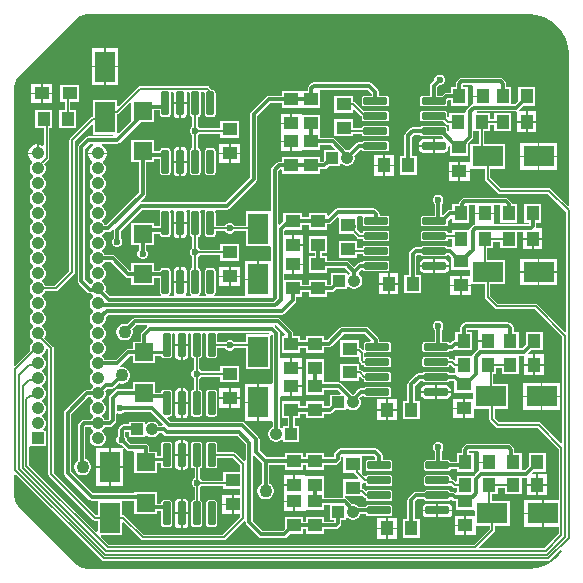
<source format=gtl>
G04*
G04 #@! TF.GenerationSoftware,Altium Limited,Altium Designer,23.3.1 (30)*
G04*
G04 Layer_Physical_Order=1*
G04 Layer_Color=255*
%FSLAX24Y24*%
%MOIN*%
G70*
G04*
G04 #@! TF.SameCoordinates,FE471356-1482-470A-B847-6992AEFC5CE1*
G04*
G04*
G04 #@! TF.FilePolarity,Positive*
G04*
G01*
G75*
%ADD13C,0.0100*%
%ADD14R,0.0500X0.0449*%
%ADD15R,0.1043X0.0689*%
%ADD16R,0.0449X0.0500*%
G04:AMPARAMS|DCode=17|XSize=77.6mil|YSize=23.6mil|CornerRadius=3mil|HoleSize=0mil|Usage=FLASHONLY|Rotation=0.000|XOffset=0mil|YOffset=0mil|HoleType=Round|Shape=RoundedRectangle|*
%AMROUNDEDRECTD17*
21,1,0.0776,0.0177,0,0,0.0*
21,1,0.0717,0.0236,0,0,0.0*
1,1,0.0059,0.0358,-0.0089*
1,1,0.0059,-0.0358,-0.0089*
1,1,0.0059,-0.0358,0.0089*
1,1,0.0059,0.0358,0.0089*
%
%ADD17ROUNDEDRECTD17*%
G04:AMPARAMS|DCode=18|XSize=77.6mil|YSize=23.6mil|CornerRadius=3mil|HoleSize=0mil|Usage=FLASHONLY|Rotation=90.000|XOffset=0mil|YOffset=0mil|HoleType=Round|Shape=RoundedRectangle|*
%AMROUNDEDRECTD18*
21,1,0.0776,0.0177,0,0,90.0*
21,1,0.0717,0.0236,0,0,90.0*
1,1,0.0059,0.0089,0.0358*
1,1,0.0059,0.0089,-0.0358*
1,1,0.0059,-0.0089,-0.0358*
1,1,0.0059,-0.0089,0.0358*
%
%ADD18ROUNDEDRECTD18*%
%ADD19R,0.0630X0.0598*%
%ADD20R,0.0689X0.1043*%
%ADD21R,0.0492X0.0433*%
%ADD34C,0.0120*%
%ADD35C,0.0060*%
%ADD36C,0.0059*%
%ADD37C,0.0430*%
%ADD38R,0.0413X0.0413*%
%ADD39C,0.0413*%
%ADD40R,0.0413X0.0413*%
%ADD41C,0.0236*%
G36*
X17604Y18776D02*
X17778Y18730D01*
X17945Y18661D01*
X18102Y18570D01*
X18245Y18460D01*
X18373Y18333D01*
X18483Y18189D01*
X18573Y18033D01*
X18642Y17866D01*
X18689Y17691D01*
X18712Y17512D01*
Y17422D01*
Y12431D01*
X18666Y12412D01*
X18114Y12964D01*
X18085Y12984D01*
X18050Y12991D01*
X16438D01*
X16094Y13334D01*
Y13646D01*
X16584D01*
Y14454D01*
X15890D01*
Y14891D01*
X16083D01*
Y15109D01*
X16217D01*
Y14891D01*
X16784D01*
Y15509D01*
X16217D01*
Y15291D01*
X16083D01*
Y15509D01*
X15656D01*
X15629Y15559D01*
X15629Y15560D01*
X16929D01*
X16958Y15554D01*
X16975Y15512D01*
Y15230D01*
X17270D01*
Y15550D01*
X17064D01*
X17049Y15580D01*
X17046Y15600D01*
X17187Y15741D01*
X17583D01*
Y16359D01*
X17016D01*
Y15913D01*
X16905Y15802D01*
X16783D01*
Y16359D01*
X16621D01*
Y16480D01*
X16621Y16480D01*
X16612Y16526D01*
X16586Y16566D01*
X16586Y16566D01*
X16516Y16636D01*
X16476Y16662D01*
X16430Y16671D01*
X16430Y16671D01*
X15121D01*
X15121Y16671D01*
X15074Y16662D01*
X15035Y16636D01*
X15035Y16636D01*
X14965Y16566D01*
X14938Y16526D01*
X14929Y16480D01*
X14929Y16480D01*
Y16359D01*
X14767D01*
Y16171D01*
X14620D01*
X14620Y16171D01*
X14573Y16162D01*
X14534Y16136D01*
X14477Y16079D01*
X14321D01*
Y16350D01*
X14395Y16423D01*
X14435D01*
X14500Y16450D01*
X14550Y16500D01*
X14577Y16565D01*
Y16635D01*
X14550Y16700D01*
X14500Y16750D01*
X14435Y16777D01*
X14365D01*
X14300Y16750D01*
X14250Y16700D01*
X14223Y16635D01*
Y16595D01*
X14114Y16486D01*
X14088Y16446D01*
X14079Y16400D01*
X14079Y16400D01*
Y16079D01*
X13842D01*
X13807Y16072D01*
X13778Y16052D01*
X13758Y16023D01*
X13751Y15989D01*
Y15811D01*
X13758Y15777D01*
X13778Y15748D01*
X13807Y15728D01*
X13842Y15721D01*
X14558D01*
X14593Y15728D01*
X14622Y15748D01*
X14642Y15777D01*
X14649Y15811D01*
Y15907D01*
X14670Y15929D01*
X14767D01*
Y15741D01*
X15334D01*
Y16359D01*
X15172D01*
Y16429D01*
X15487D01*
X15525Y16400D01*
Y16080D01*
X15850D01*
Y16020D01*
X15525D01*
Y15801D01*
X15484Y15793D01*
X15445Y15767D01*
X15445Y15767D01*
X15314Y15636D01*
X15288Y15596D01*
X15279Y15550D01*
X15250Y15509D01*
X14717D01*
Y15390D01*
X14667Y15364D01*
X14649Y15378D01*
Y15489D01*
X14642Y15523D01*
X14622Y15552D01*
X14593Y15572D01*
X14558Y15579D01*
X13842D01*
X13807Y15572D01*
X13778Y15552D01*
X13758Y15523D01*
X13751Y15489D01*
Y15311D01*
X13758Y15277D01*
X13778Y15248D01*
X13807Y15228D01*
X13842Y15221D01*
X14520D01*
X14605Y15136D01*
X14635Y15116D01*
X14670Y15109D01*
X14717D01*
Y14915D01*
X14670Y14887D01*
X14649Y14903D01*
Y14989D01*
X14642Y15023D01*
X14622Y15052D01*
X14593Y15072D01*
X14558Y15079D01*
X13842D01*
X13807Y15072D01*
X13778Y15052D01*
X13758Y15023D01*
X13758Y15021D01*
X13500D01*
X13454Y15012D01*
X13414Y14986D01*
X13414Y14986D01*
X13264Y14835D01*
X13237Y14796D01*
X13228Y14750D01*
X13228Y14750D01*
Y14059D01*
X13066D01*
Y13441D01*
X13633D01*
Y14059D01*
X13471D01*
Y14699D01*
X13550Y14779D01*
X13758D01*
X13758Y14777D01*
X13778Y14748D01*
X13807Y14728D01*
X13842Y14721D01*
X14477D01*
X14527Y14671D01*
X14507Y14621D01*
X14230D01*
Y14400D01*
Y14179D01*
X14558D01*
X14609Y14189D01*
X14652Y14218D01*
X14680Y14261D01*
X14690Y14311D01*
Y14377D01*
X14740Y14404D01*
X14741Y14404D01*
Y14067D01*
X15359D01*
Y14487D01*
X15486Y14614D01*
X15486Y14614D01*
X15512Y14654D01*
X15521Y14700D01*
Y14891D01*
X15709D01*
Y14454D01*
X15423D01*
Y13916D01*
X15400Y13875D01*
X15373Y13875D01*
X15080D01*
Y13580D01*
X15400D01*
Y13606D01*
X15423Y13646D01*
X15450Y13646D01*
X15913D01*
Y13296D01*
X15920Y13262D01*
X15939Y13232D01*
X16336Y12836D01*
X16365Y12816D01*
X16400Y12809D01*
X18012D01*
X18609Y12212D01*
Y8235D01*
X18563Y8215D01*
X17664Y9114D01*
X17635Y9134D01*
X17600Y9141D01*
X16345D01*
X16094Y9391D01*
Y9796D01*
X16584D01*
Y10604D01*
X15990D01*
Y10991D01*
X16183D01*
Y11209D01*
X16417D01*
Y10991D01*
X16984D01*
Y11548D01*
X17175D01*
Y11330D01*
X17500D01*
X17824D01*
Y11650D01*
X17643D01*
X17621Y11680D01*
X17613Y11700D01*
X17621Y11739D01*
X17621Y11739D01*
Y11841D01*
X17783D01*
Y12459D01*
X17216D01*
Y11841D01*
X17378D01*
Y11790D01*
X16270D01*
X16224Y11800D01*
X16224Y11840D01*
Y12120D01*
X15900D01*
X15575D01*
Y11839D01*
X15575Y11815D01*
X15543Y11781D01*
X15535Y11776D01*
X15504Y11755D01*
X15414Y11666D01*
X15388Y11626D01*
X15384Y11609D01*
X14817D01*
Y11491D01*
X14671D01*
X14664Y11523D01*
X14645Y11552D01*
X14615Y11572D01*
X14581Y11579D01*
X13864D01*
X13830Y11572D01*
X13800Y11552D01*
X13781Y11523D01*
X13774Y11489D01*
Y11311D01*
X13781Y11277D01*
X13800Y11248D01*
X13830Y11228D01*
X13864Y11221D01*
X14581D01*
X14615Y11228D01*
X14645Y11248D01*
X14664Y11277D01*
X14671Y11309D01*
X14817D01*
Y11054D01*
X14767Y11018D01*
X14750Y11021D01*
X14750Y11021D01*
X14664D01*
X14664Y11023D01*
X14645Y11052D01*
X14615Y11072D01*
X14581Y11079D01*
X13864D01*
X13830Y11072D01*
X13800Y11052D01*
X13781Y11023D01*
X13780Y11021D01*
X13600D01*
X13600Y11021D01*
X13554Y11012D01*
X13514Y10986D01*
X13514Y10986D01*
X13414Y10885D01*
X13387Y10846D01*
X13378Y10800D01*
X13378Y10800D01*
Y10109D01*
X13216D01*
Y9491D01*
X13783D01*
Y10109D01*
X13621D01*
Y10749D01*
X13650Y10779D01*
X13780D01*
X13781Y10777D01*
X13800Y10748D01*
X13830Y10728D01*
X13864Y10721D01*
X14581D01*
X14615Y10728D01*
X14645Y10748D01*
X14655Y10764D01*
X14703Y10768D01*
X14712Y10766D01*
X14791Y10687D01*
Y10266D01*
X15409D01*
X15423Y10222D01*
Y10075D01*
X15130D01*
Y9780D01*
X15450D01*
Y9796D01*
X15913D01*
Y9354D01*
X15920Y9319D01*
X15939Y9289D01*
X16243Y8986D01*
X16272Y8966D01*
X16307Y8959D01*
X17562D01*
X18490Y8031D01*
Y4504D01*
X18444Y4484D01*
X17764Y5164D01*
X17735Y5184D01*
X17700Y5191D01*
X16388D01*
X16241Y5338D01*
Y5646D01*
X16684D01*
Y6454D01*
X16194D01*
Y6791D01*
X16283D01*
Y7009D01*
X16467D01*
Y6791D01*
X17034D01*
Y7409D01*
X17084Y7410D01*
X17206D01*
X17206Y7410D01*
X17225Y7394D01*
Y7130D01*
X17520D01*
Y7450D01*
X17362D01*
X17343Y7496D01*
X17438Y7591D01*
X17833D01*
Y8209D01*
X17266D01*
Y7763D01*
X17156Y7652D01*
X17034D01*
Y8209D01*
X16872D01*
Y8330D01*
X16872Y8330D01*
X16863Y8376D01*
X16836Y8416D01*
X16836Y8416D01*
X16766Y8486D01*
X16727Y8512D01*
X16680Y8521D01*
X16680Y8521D01*
X15270D01*
X15270Y8521D01*
X15224Y8512D01*
X15184Y8486D01*
X15184Y8486D01*
X15114Y8416D01*
X15088Y8376D01*
X15079Y8330D01*
X15079Y8330D01*
Y8209D01*
X14917D01*
Y7921D01*
X14900D01*
X14854Y7912D01*
X14814Y7886D01*
X14814Y7886D01*
X14762Y7834D01*
X14753Y7832D01*
X14706Y7836D01*
X14695Y7852D01*
X14665Y7872D01*
X14631Y7879D01*
X14471D01*
Y8271D01*
X14500Y8300D01*
X14527Y8365D01*
Y8435D01*
X14500Y8500D01*
X14450Y8550D01*
X14385Y8577D01*
X14315D01*
X14250Y8550D01*
X14200Y8500D01*
X14173Y8435D01*
Y8365D01*
X14200Y8300D01*
X14229Y8271D01*
Y7879D01*
X13914D01*
X13880Y7872D01*
X13850Y7852D01*
X13831Y7823D01*
X13824Y7789D01*
Y7611D01*
X13831Y7577D01*
X13850Y7548D01*
X13880Y7528D01*
X13914Y7521D01*
X14631D01*
X14665Y7528D01*
X14695Y7548D01*
X14714Y7577D01*
X14714Y7579D01*
X14800D01*
X14800Y7579D01*
X14846Y7588D01*
X14867Y7602D01*
X14917Y7591D01*
Y7591D01*
X15484D01*
Y8209D01*
X15321D01*
Y8279D01*
X15637D01*
X15676Y8250D01*
Y7930D01*
X16000D01*
Y7870D01*
X15676D01*
Y7624D01*
X15665Y7617D01*
X15665Y7617D01*
X15514Y7466D01*
X15488Y7426D01*
X15483Y7409D01*
X14917D01*
Y7277D01*
X14870Y7258D01*
X14864Y7264D01*
X14835Y7284D01*
X14800Y7291D01*
X14721D01*
X14714Y7323D01*
X14695Y7352D01*
X14665Y7372D01*
X14631Y7379D01*
X13914D01*
X13880Y7372D01*
X13850Y7352D01*
X13831Y7323D01*
X13824Y7289D01*
Y7111D01*
X13831Y7077D01*
X13850Y7048D01*
X13880Y7028D01*
X13914Y7021D01*
X14631D01*
X14665Y7028D01*
X14695Y7048D01*
X14714Y7077D01*
X14718Y7096D01*
X14769Y7103D01*
X14836Y7036D01*
X14865Y7016D01*
X14900Y7009D01*
X14917D01*
Y6821D01*
X14714D01*
X14714Y6823D01*
X14695Y6852D01*
X14665Y6872D01*
X14631Y6879D01*
X13914D01*
X13880Y6872D01*
X13850Y6852D01*
X13831Y6823D01*
X13830Y6821D01*
X13700D01*
X13700Y6821D01*
X13654Y6812D01*
X13614Y6786D01*
X13614Y6786D01*
X13364Y6535D01*
X13337Y6496D01*
X13328Y6450D01*
X13328Y6450D01*
Y5909D01*
X13166D01*
Y5291D01*
X13733D01*
Y5909D01*
X13571D01*
Y6399D01*
X13750Y6579D01*
X13830D01*
X13831Y6577D01*
X13850Y6548D01*
X13880Y6528D01*
X13914Y6521D01*
X14631D01*
X14665Y6528D01*
X14695Y6548D01*
X14714Y6577D01*
X14714Y6579D01*
X14874D01*
X14891Y6561D01*
Y6166D01*
X15509D01*
X15523Y6122D01*
Y5975D01*
X15230D01*
Y5650D01*
Y5326D01*
X15550D01*
Y5646D01*
X16059D01*
Y5300D01*
X16066Y5265D01*
X16086Y5236D01*
X16286Y5036D01*
X16315Y5016D01*
X16350Y5009D01*
X17662D01*
X18366Y4305D01*
Y2594D01*
X17876D01*
Y2150D01*
Y1706D01*
X18366D01*
Y1463D01*
X17894Y991D01*
X15734D01*
X15715Y1037D01*
X16217Y1540D01*
X16237Y1569D01*
X16244Y1604D01*
Y1746D01*
X16734D01*
Y2554D01*
X16140D01*
Y2791D01*
X16333D01*
Y3010D01*
X16567D01*
Y2791D01*
X17134D01*
Y3348D01*
X17294D01*
X17294Y3348D01*
X17325Y3322D01*
Y3130D01*
X17620D01*
Y3450D01*
X17512D01*
X17493Y3496D01*
X17538Y3541D01*
X17933D01*
Y4159D01*
X17366D01*
Y3713D01*
X17244Y3590D01*
X17134D01*
Y4159D01*
X16892D01*
Y4280D01*
X16892Y4280D01*
X16882Y4326D01*
X16856Y4366D01*
X16856Y4366D01*
X16786Y4436D01*
X16746Y4462D01*
X16700Y4471D01*
X16700Y4471D01*
X15321D01*
X15321Y4471D01*
X15275Y4462D01*
X15235Y4436D01*
X15235Y4436D01*
X15165Y4366D01*
X15139Y4326D01*
X15129Y4280D01*
X15129Y4280D01*
Y4159D01*
X14967D01*
Y3871D01*
X14764D01*
X14764Y3873D01*
X14745Y3902D01*
X14715Y3922D01*
X14681Y3929D01*
X14471D01*
Y4221D01*
X14500Y4250D01*
X14527Y4315D01*
Y4385D01*
X14500Y4450D01*
X14450Y4500D01*
X14385Y4527D01*
X14315D01*
X14250Y4500D01*
X14200Y4450D01*
X14173Y4385D01*
Y4315D01*
X14200Y4250D01*
X14229Y4221D01*
Y3929D01*
X13964D01*
X13930Y3922D01*
X13900Y3902D01*
X13881Y3873D01*
X13874Y3839D01*
Y3661D01*
X13881Y3627D01*
X13900Y3598D01*
X13930Y3578D01*
X13964Y3571D01*
X14681D01*
X14715Y3578D01*
X14745Y3598D01*
X14764Y3627D01*
X14764Y3629D01*
X14967D01*
Y3541D01*
X15534D01*
Y4159D01*
X15372D01*
Y4229D01*
X15687D01*
X15725Y4200D01*
Y3880D01*
X16050D01*
Y3820D01*
X15725D01*
Y3578D01*
X15690Y3555D01*
X15690Y3555D01*
X15571Y3436D01*
X15534Y3409D01*
Y3409D01*
X15534Y3409D01*
X14967D01*
Y3231D01*
X14917Y3211D01*
X14864Y3263D01*
X14835Y3283D01*
X14800Y3290D01*
X14771D01*
Y3339D01*
X14764Y3373D01*
X14745Y3402D01*
X14715Y3422D01*
X14681Y3429D01*
X13964D01*
X13930Y3422D01*
X13900Y3402D01*
X13881Y3373D01*
X13874Y3339D01*
Y3161D01*
X13881Y3127D01*
X13900Y3098D01*
X13930Y3078D01*
X13964Y3071D01*
X14681D01*
X14715Y3078D01*
X14745Y3098D01*
X14792Y3079D01*
X14835Y3036D01*
X14864Y3016D01*
X14899Y3009D01*
X14967D01*
Y2864D01*
X14924Y2839D01*
X14897Y2848D01*
X14876Y2862D01*
X14830Y2871D01*
X14830Y2871D01*
X14764D01*
X14764Y2873D01*
X14745Y2902D01*
X14715Y2922D01*
X14681Y2929D01*
X13964D01*
X13930Y2922D01*
X13900Y2902D01*
X13881Y2873D01*
X13880Y2871D01*
X13600D01*
X13554Y2862D01*
X13514Y2836D01*
X13514Y2836D01*
X13364Y2685D01*
X13337Y2646D01*
X13328Y2600D01*
X13328Y2600D01*
Y1959D01*
X13166D01*
Y1341D01*
X13733D01*
Y1959D01*
X13571D01*
Y2549D01*
X13650Y2629D01*
X13880D01*
X13881Y2627D01*
X13900Y2598D01*
X13930Y2578D01*
X13964Y2571D01*
X14681D01*
X14715Y2578D01*
X14745Y2598D01*
X14806Y2602D01*
X14810Y2598D01*
X14810Y2598D01*
X14849Y2572D01*
X14896Y2563D01*
X14941Y2554D01*
Y2266D01*
X15559D01*
X15573Y2222D01*
Y2075D01*
X15280D01*
Y1750D01*
Y1426D01*
X15600D01*
Y1746D01*
X16063D01*
Y1641D01*
X15531Y1109D01*
X3373D01*
X3106Y1377D01*
X3125Y1423D01*
X3804D01*
Y1848D01*
X3854Y1869D01*
X4436Y1286D01*
X4436Y1286D01*
X4465Y1267D01*
X4500Y1260D01*
X7200D01*
X7235Y1267D01*
X7264Y1286D01*
X7879Y1901D01*
X7929Y1880D01*
Y1850D01*
X7929Y1850D01*
X7938Y1804D01*
X7964Y1764D01*
X8364Y1364D01*
X8364Y1364D01*
X8404Y1338D01*
X8450Y1329D01*
X9224D01*
X9224Y1329D01*
X9270Y1338D01*
X9310Y1364D01*
X9413Y1467D01*
X9859D01*
Y1629D01*
X9941D01*
Y1467D01*
X10559D01*
Y1629D01*
X10930D01*
X10930Y1629D01*
X10976Y1638D01*
X11016Y1665D01*
X11086Y1735D01*
X11086Y1735D01*
X11112Y1774D01*
X11121Y1821D01*
X11121Y1821D01*
Y1934D01*
X11266D01*
Y1988D01*
X11316Y2008D01*
X11337Y1987D01*
X11397Y1952D01*
X11465Y1934D01*
X11535D01*
X11603Y1952D01*
X11663Y1987D01*
X11713Y2037D01*
X11748Y2097D01*
X11756Y2129D01*
X11935D01*
X11936Y2127D01*
X11955Y2098D01*
X11985Y2078D01*
X12019Y2071D01*
X12736D01*
X12770Y2078D01*
X12800Y2098D01*
X12819Y2127D01*
X12826Y2161D01*
Y2339D01*
X12819Y2373D01*
X12800Y2402D01*
X12770Y2422D01*
X12736Y2429D01*
X12019D01*
X11985Y2422D01*
X11955Y2402D01*
X11936Y2373D01*
X11935Y2371D01*
X11704D01*
X11663Y2413D01*
X11603Y2448D01*
X11535Y2466D01*
X11488D01*
X11318Y2635D01*
X11279Y2662D01*
X11253Y2667D01*
X11258Y2717D01*
X11809D01*
Y2717D01*
X11841Y2730D01*
X11871Y2701D01*
X11900Y2681D01*
X11929Y2675D01*
Y2661D01*
X11936Y2627D01*
X11955Y2598D01*
X11985Y2578D01*
X12019Y2571D01*
X12736D01*
X12770Y2578D01*
X12800Y2598D01*
X12819Y2627D01*
X12826Y2661D01*
Y2839D01*
X12819Y2873D01*
X12800Y2902D01*
X12770Y2922D01*
X12736Y2929D01*
X12019D01*
X11985Y2922D01*
X11955Y2902D01*
X11929Y2900D01*
X11869Y2959D01*
X11840Y2979D01*
X11809Y2985D01*
Y3144D01*
X11835Y3164D01*
X11859Y3171D01*
X11866Y3166D01*
X11901Y3159D01*
X11929D01*
X11936Y3127D01*
X11955Y3098D01*
X11985Y3078D01*
X12019Y3071D01*
X12736D01*
X12770Y3078D01*
X12800Y3098D01*
X12819Y3127D01*
X12826Y3161D01*
Y3339D01*
X12819Y3373D01*
X12800Y3402D01*
X12770Y3422D01*
X12736Y3429D01*
X12019D01*
X11985Y3422D01*
X11955Y3402D01*
X11952Y3398D01*
X11892Y3388D01*
X11865Y3414D01*
X11863Y3416D01*
X11795Y3483D01*
X11809Y3516D01*
X11809D01*
Y4079D01*
X12200D01*
X12256Y4022D01*
Y3929D01*
X12019D01*
X11985Y3922D01*
X11955Y3902D01*
X11936Y3873D01*
X11929Y3839D01*
Y3661D01*
X11936Y3627D01*
X11955Y3598D01*
X11985Y3578D01*
X12019Y3571D01*
X12736D01*
X12770Y3578D01*
X12800Y3598D01*
X12819Y3627D01*
X12826Y3661D01*
Y3839D01*
X12819Y3873D01*
X12800Y3902D01*
X12770Y3922D01*
X12736Y3929D01*
X12499D01*
Y4072D01*
X12499Y4072D01*
X12490Y4119D01*
X12463Y4158D01*
X12463Y4158D01*
X12336Y4286D01*
X12296Y4312D01*
X12250Y4321D01*
X12250Y4321D01*
X11100D01*
X11054Y4312D01*
X11014Y4286D01*
X11014Y4286D01*
X10914Y4186D01*
X10888Y4146D01*
X10879Y4100D01*
X10879Y4100D01*
Y4021D01*
X10559D01*
Y4183D01*
X9941D01*
Y4021D01*
X9859D01*
Y4183D01*
X9241D01*
Y4021D01*
X8625D01*
X8396Y4250D01*
Y4626D01*
X8396Y4626D01*
X8386Y4672D01*
X8360Y4712D01*
X7897Y5175D01*
X7858Y5201D01*
X7811Y5210D01*
X7811Y5210D01*
X5432D01*
X5309Y5333D01*
X5329Y5379D01*
X5389D01*
X5423Y5386D01*
X5452Y5405D01*
X5472Y5435D01*
X5479Y5469D01*
Y6186D01*
X5472Y6220D01*
X5452Y6250D01*
X5423Y6269D01*
X5389Y6276D01*
X5211D01*
X5177Y6269D01*
X5148Y6250D01*
X5128Y6220D01*
X5121Y6186D01*
Y6171D01*
X4924D01*
Y6535D01*
X4176D01*
Y6298D01*
X3677D01*
X3630Y6289D01*
X3591Y6263D01*
X3591Y6263D01*
X3414Y6086D01*
X3388Y6046D01*
X3379Y6000D01*
X3379Y6000D01*
Y5300D01*
X3350Y5271D01*
X3237D01*
X3213Y5313D01*
X3163Y5363D01*
X3148Y5371D01*
Y5429D01*
X3163Y5437D01*
X3213Y5487D01*
X3248Y5547D01*
X3266Y5615D01*
Y5685D01*
X3248Y5753D01*
X3213Y5813D01*
X3163Y5863D01*
X3148Y5871D01*
Y5929D01*
X3163Y5937D01*
X3213Y5987D01*
X3248Y6047D01*
X3266Y6115D01*
Y6185D01*
X3253Y6232D01*
X3333Y6311D01*
X3482D01*
X3482Y6311D01*
X3529Y6320D01*
X3568Y6347D01*
X3712Y6490D01*
X3764Y6476D01*
X3836D01*
X3906Y6495D01*
X3968Y6531D01*
X4019Y6582D01*
X4055Y6644D01*
X4074Y6714D01*
Y6786D01*
X4055Y6856D01*
X4019Y6918D01*
X3968Y6969D01*
X3906Y7005D01*
X3836Y7024D01*
X3765D01*
X3762Y7026D01*
X3746Y7050D01*
X3741Y7070D01*
X4074Y7402D01*
X4176D01*
Y7165D01*
X4924D01*
Y7412D01*
X5122D01*
X5128Y7380D01*
X5148Y7350D01*
X5177Y7331D01*
X5211Y7324D01*
X5389D01*
X5423Y7331D01*
X5452Y7350D01*
X5472Y7380D01*
X5479Y7414D01*
Y8124D01*
X5515Y8163D01*
X5541Y8163D01*
X5579Y8131D01*
Y7802D01*
X5800D01*
X6021D01*
Y8131D01*
X6059Y8163D01*
X6085Y8163D01*
X6121Y8124D01*
Y7414D01*
X6128Y7380D01*
X6148Y7350D01*
X6177Y7331D01*
X6210Y7324D01*
Y6957D01*
X6204Y6954D01*
X6154Y6904D01*
X6127Y6839D01*
Y6769D01*
X6154Y6704D01*
X6204Y6654D01*
X6210Y6651D01*
Y6276D01*
X6177Y6269D01*
X6148Y6250D01*
X6128Y6220D01*
X6121Y6186D01*
Y5469D01*
X6128Y5435D01*
X6148Y5405D01*
X6177Y5386D01*
X6211Y5379D01*
X6389D01*
X6423Y5386D01*
X6452Y5405D01*
X6472Y5435D01*
X6479Y5469D01*
Y6186D01*
X6472Y6220D01*
X6452Y6250D01*
X6423Y6269D01*
X6390Y6276D01*
Y6648D01*
X6404Y6654D01*
X6454Y6704D01*
X6458Y6714D01*
X7091D01*
Y6517D01*
X7709D01*
Y7083D01*
X7091D01*
Y6894D01*
X6458D01*
X6454Y6904D01*
X6404Y6954D01*
X6390Y6960D01*
Y7324D01*
X6423Y7331D01*
X6452Y7350D01*
X6472Y7380D01*
X6479Y7414D01*
Y8131D01*
X6519Y8179D01*
X6581D01*
X6621Y8131D01*
Y7414D01*
X6628Y7380D01*
X6648Y7350D01*
X6677Y7331D01*
X6711Y7324D01*
X6889D01*
X6923Y7331D01*
X6952Y7350D01*
X6972Y7380D01*
X6979Y7414D01*
Y7682D01*
X7237D01*
X7250Y7650D01*
X7300Y7600D01*
X7365Y7573D01*
X7435D01*
X7500Y7600D01*
X7550Y7650D01*
X7563Y7682D01*
X7946D01*
Y6966D01*
X8754D01*
Y8081D01*
X8804Y8104D01*
X8829Y8085D01*
Y6511D01*
X8794Y6475D01*
X8779Y6475D01*
X8380D01*
Y5854D01*
Y5232D01*
X8779D01*
X8794Y5232D01*
X8829Y5196D01*
Y5037D01*
X8787Y5013D01*
X8737Y4963D01*
X8702Y4903D01*
X8684Y4835D01*
Y4765D01*
X8702Y4697D01*
X8737Y4637D01*
X8787Y4587D01*
X8847Y4552D01*
X8915Y4534D01*
X8985D01*
X9053Y4552D01*
X9113Y4587D01*
X9134Y4608D01*
X9184Y4588D01*
Y4534D01*
X9716D01*
Y5066D01*
X9571D01*
Y5317D01*
X9759D01*
Y5479D01*
X9941D01*
Y5317D01*
X10559D01*
Y5479D01*
X10750D01*
X10750Y5479D01*
X10797Y5488D01*
X10836Y5515D01*
X10906Y5584D01*
X11266D01*
Y5638D01*
X11316Y5658D01*
X11337Y5637D01*
X11397Y5602D01*
X11465Y5584D01*
X11535D01*
X11603Y5602D01*
X11663Y5637D01*
X11713Y5687D01*
X11748Y5747D01*
X11766Y5815D01*
Y5885D01*
X11748Y5953D01*
X11728Y5986D01*
X11786Y6044D01*
X11786Y6044D01*
X11786Y6045D01*
X11821Y6079D01*
X11885D01*
X11886Y6077D01*
X11905Y6048D01*
X11935Y6028D01*
X11969Y6021D01*
X12686D01*
X12720Y6028D01*
X12750Y6048D01*
X12769Y6077D01*
X12776Y6111D01*
Y6289D01*
X12769Y6323D01*
X12750Y6352D01*
X12720Y6372D01*
X12686Y6379D01*
X11969D01*
X11935Y6372D01*
X11905Y6352D01*
X11886Y6323D01*
X11885Y6321D01*
X11770D01*
X11770Y6321D01*
X11724Y6312D01*
X11684Y6286D01*
X11684Y6286D01*
X11614Y6216D01*
X11614Y6215D01*
X11515Y6116D01*
X11488D01*
X11118Y6485D01*
X11079Y6512D01*
X11032Y6521D01*
X11032Y6521D01*
X10559D01*
Y6683D01*
X10559D01*
Y6717D01*
X10559D01*
Y7284D01*
X9941D01*
Y6717D01*
X9941D01*
Y6683D01*
X9941D01*
Y6116D01*
X10559D01*
Y6278D01*
X10982D01*
X11098Y6162D01*
X11079Y6116D01*
X10734D01*
Y5756D01*
X10700Y5722D01*
X10559D01*
Y5884D01*
X9941D01*
Y5722D01*
X9759D01*
Y5884D01*
X9141D01*
Y5317D01*
X9329D01*
Y5066D01*
X9184D01*
Y5012D01*
X9134Y4992D01*
X9113Y5013D01*
X9071Y5037D01*
Y6037D01*
X9100Y6075D01*
X9121Y6075D01*
X9420D01*
Y6400D01*
X9450D01*
Y6429D01*
X9800D01*
Y6676D01*
Y6971D01*
X9450D01*
Y7000D01*
X9420D01*
Y7325D01*
X9121D01*
X9100Y7325D01*
X9071Y7363D01*
Y8150D01*
X9071Y8150D01*
X9062Y8196D01*
X9036Y8236D01*
X8903Y8369D01*
X8919Y8418D01*
X8957Y8421D01*
X9245Y8133D01*
X9225Y8083D01*
X9141D01*
Y7516D01*
X9759D01*
Y7678D01*
X9941D01*
Y7516D01*
X10559D01*
Y7688D01*
X10710D01*
X10710Y7688D01*
X10756Y7698D01*
X10796Y7724D01*
X11200Y8129D01*
X11900D01*
X12103Y7925D01*
X12084Y7879D01*
X11969D01*
X11935Y7872D01*
X11905Y7852D01*
X11886Y7823D01*
X11879Y7789D01*
Y7620D01*
X11858Y7605D01*
X11831Y7598D01*
X11769Y7659D01*
X11740Y7679D01*
X11709Y7685D01*
Y7933D01*
X11091D01*
Y7366D01*
X11709D01*
X11709Y7316D01*
Y7250D01*
X11716Y7215D01*
X11736Y7186D01*
X11786Y7136D01*
X11815Y7116D01*
X11850Y7109D01*
X11879D01*
X11886Y7077D01*
X11905Y7048D01*
X11935Y7028D01*
X11969Y7021D01*
X12686D01*
X12720Y7028D01*
X12750Y7048D01*
X12769Y7077D01*
X12776Y7111D01*
Y7289D01*
X12769Y7323D01*
X12750Y7352D01*
X12720Y7372D01*
X12686Y7379D01*
X11969D01*
X11941Y7373D01*
X11927Y7377D01*
X11891Y7403D01*
Y7497D01*
X11899Y7505D01*
X11935Y7528D01*
X11969Y7521D01*
X12686D01*
X12720Y7528D01*
X12750Y7548D01*
X12769Y7577D01*
X12776Y7611D01*
Y7789D01*
X12769Y7823D01*
X12750Y7852D01*
X12720Y7872D01*
X12686Y7879D01*
X12394D01*
Y7928D01*
X12384Y7974D01*
X12358Y8014D01*
X12358Y8014D01*
X12036Y8336D01*
X11996Y8362D01*
X11950Y8371D01*
X11950Y8371D01*
X11150D01*
X11104Y8362D01*
X11064Y8336D01*
X11064Y8336D01*
X10659Y7931D01*
X10559D01*
Y8083D01*
X9941D01*
Y7921D01*
X9759D01*
Y8083D01*
X9521D01*
Y8150D01*
X9512Y8196D01*
X9486Y8236D01*
X9486Y8236D01*
X9086Y8636D01*
X9046Y8662D01*
X9000Y8671D01*
X9000Y8671D01*
X4250D01*
X4250Y8671D01*
X4204Y8662D01*
X4164Y8636D01*
X4164Y8636D01*
X3989Y8460D01*
X3936Y8474D01*
X3864D01*
X3794Y8455D01*
X3732Y8419D01*
X3681Y8368D01*
X3645Y8306D01*
X3626Y8236D01*
Y8164D01*
X3645Y8094D01*
X3681Y8032D01*
X3732Y7981D01*
X3794Y7945D01*
X3864Y7926D01*
X3936D01*
X4006Y7945D01*
X4068Y7981D01*
X4119Y8032D01*
X4155Y8094D01*
X4174Y8164D01*
Y8236D01*
X4160Y8288D01*
X4301Y8429D01*
X4638D01*
X4651Y8407D01*
X4657Y8379D01*
X4464Y8186D01*
X4438Y8146D01*
X4429Y8100D01*
X4429Y8100D01*
Y7881D01*
X4176D01*
Y7645D01*
X4023D01*
X4023Y7645D01*
X3977Y7635D01*
X3937Y7609D01*
X3600Y7271D01*
X3237D01*
X3213Y7313D01*
X3163Y7363D01*
X3148Y7371D01*
Y7429D01*
X3163Y7437D01*
X3213Y7487D01*
X3248Y7547D01*
X3266Y7615D01*
Y7685D01*
X3248Y7753D01*
X3213Y7813D01*
X3163Y7863D01*
X3148Y7871D01*
Y7929D01*
X3163Y7937D01*
X3213Y7987D01*
X3248Y8047D01*
X3266Y8115D01*
Y8185D01*
X3248Y8253D01*
X3213Y8313D01*
X3163Y8363D01*
X3148Y8371D01*
Y8429D01*
X3163Y8437D01*
X3213Y8487D01*
X3248Y8547D01*
X3266Y8615D01*
Y8685D01*
X3263Y8695D01*
X3347Y8779D01*
X9150D01*
X9150Y8779D01*
X9196Y8788D01*
X9236Y8814D01*
X9586Y9164D01*
X9586Y9164D01*
X9612Y9204D01*
X9621Y9250D01*
X9621Y9250D01*
Y9367D01*
X9809D01*
Y9529D01*
X10041D01*
Y9367D01*
X10659D01*
Y9529D01*
X10800D01*
X10800Y9529D01*
X10847Y9538D01*
X10886Y9565D01*
X10956Y9634D01*
X11316D01*
Y9688D01*
X11366Y9708D01*
X11387Y9687D01*
X11447Y9652D01*
X11515Y9634D01*
X11585D01*
X11653Y9652D01*
X11713Y9687D01*
X11763Y9737D01*
X11798Y9797D01*
X11816Y9865D01*
Y9935D01*
X11798Y10003D01*
X11763Y10063D01*
X11713Y10113D01*
X11708Y10116D01*
X11700Y10178D01*
X11788Y10266D01*
X11797Y10268D01*
X11844Y10264D01*
X11855Y10248D01*
X11885Y10228D01*
X11919Y10221D01*
X12636D01*
X12670Y10228D01*
X12700Y10248D01*
X12719Y10277D01*
X12726Y10311D01*
Y10489D01*
X12719Y10523D01*
X12700Y10552D01*
X12670Y10572D01*
X12636Y10579D01*
X11919D01*
X11885Y10572D01*
X11855Y10552D01*
X11836Y10523D01*
X11836Y10521D01*
X11750D01*
X11750Y10521D01*
X11704Y10512D01*
X11664Y10486D01*
X11664Y10486D01*
X11550Y10372D01*
X11386Y10535D01*
X11347Y10562D01*
X11300Y10571D01*
X11300Y10571D01*
X10659D01*
Y10733D01*
X10471D01*
Y10817D01*
X10659D01*
Y11384D01*
X10041D01*
Y10817D01*
X10229D01*
Y10733D01*
X10041D01*
Y10166D01*
X10659D01*
Y10328D01*
X11250D01*
X11400Y10178D01*
X11394Y10129D01*
X11364Y10109D01*
X11316Y10132D01*
Y10166D01*
X10784D01*
Y9806D01*
X10750Y9772D01*
X10659D01*
Y9934D01*
X10041D01*
Y9772D01*
X9809D01*
Y9934D01*
X9228D01*
Y10125D01*
X9470D01*
Y10450D01*
X9500D01*
Y10479D01*
X9850D01*
Y10774D01*
X9850D01*
Y10776D01*
X9850D01*
Y11071D01*
X9500D01*
Y11100D01*
X9470D01*
Y11425D01*
X9228D01*
Y11582D01*
X9263Y11616D01*
X9809D01*
Y11778D01*
X10041D01*
Y11616D01*
X10659D01*
Y11788D01*
X10710D01*
X10710Y11788D01*
X10756Y11798D01*
X10796Y11824D01*
X10991Y12019D01*
X11041Y11999D01*
Y11466D01*
X11531D01*
X11661Y11336D01*
X11690Y11316D01*
X11725Y11309D01*
X11829D01*
X11836Y11277D01*
X11855Y11248D01*
X11885Y11228D01*
X11919Y11221D01*
X12636D01*
X12670Y11228D01*
X12700Y11248D01*
X12719Y11277D01*
X12726Y11311D01*
Y11489D01*
X12719Y11523D01*
X12700Y11552D01*
X12670Y11572D01*
X12636Y11579D01*
X11919D01*
X11885Y11572D01*
X11855Y11552D01*
X11836Y11523D01*
X11829Y11491D01*
X11763D01*
X11659Y11595D01*
Y11675D01*
X11661Y11687D01*
Y11735D01*
X11661Y11735D01*
X11659Y11747D01*
Y12029D01*
X11659Y12033D01*
X11670Y12079D01*
X11813D01*
X11839Y12029D01*
X11836Y12023D01*
X11829Y11989D01*
Y11811D01*
X11836Y11777D01*
X11855Y11748D01*
X11885Y11728D01*
X11919Y11721D01*
X12636D01*
X12670Y11728D01*
X12700Y11748D01*
X12719Y11777D01*
X12726Y11811D01*
Y11989D01*
X12719Y12023D01*
X12700Y12052D01*
X12670Y12072D01*
X12636Y12079D01*
X12399D01*
Y12130D01*
X12399Y12130D01*
X12390Y12176D01*
X12363Y12216D01*
X12363Y12216D01*
X12293Y12286D01*
X12254Y12312D01*
X12207Y12321D01*
X12207Y12321D01*
X11000D01*
X11000Y12321D01*
X10954Y12312D01*
X10914Y12286D01*
X10914Y12286D01*
X10709Y12081D01*
X10659Y12101D01*
Y12183D01*
X10041D01*
Y12021D01*
X9809D01*
Y12183D01*
X9191D01*
Y11888D01*
X9068Y11764D01*
X9021Y11784D01*
Y13550D01*
X9091Y13619D01*
X9141Y13606D01*
Y13467D01*
X9759D01*
Y13467D01*
X9791D01*
Y13467D01*
X10409D01*
Y13629D01*
X10550D01*
X10550Y13629D01*
X10597Y13638D01*
X10636Y13665D01*
X10706Y13734D01*
X11066D01*
Y13788D01*
X11116Y13808D01*
X11137Y13787D01*
X11197Y13752D01*
X11265Y13734D01*
X11335D01*
X11403Y13752D01*
X11463Y13787D01*
X11513Y13837D01*
X11548Y13897D01*
X11566Y13965D01*
Y14035D01*
X11553Y14082D01*
X11750Y14279D01*
X11813D01*
X11813Y14277D01*
X11833Y14248D01*
X11862Y14228D01*
X11897Y14221D01*
X12613D01*
X12648Y14228D01*
X12677Y14248D01*
X12697Y14277D01*
X12704Y14311D01*
Y14489D01*
X12697Y14523D01*
X12677Y14552D01*
X12648Y14572D01*
X12613Y14579D01*
X11897D01*
X11862Y14572D01*
X11833Y14552D01*
X11813Y14523D01*
X11813Y14521D01*
X11700D01*
X11654Y14512D01*
X11614Y14486D01*
X11614Y14486D01*
X11382Y14253D01*
X11335Y14266D01*
X11288D01*
X10918Y14635D01*
X10879Y14662D01*
X10832Y14671D01*
X10832Y14671D01*
X10409D01*
Y14833D01*
X10409D01*
Y14867D01*
X10409D01*
Y15434D01*
X9800D01*
Y15475D01*
X9480D01*
Y15150D01*
X9450D01*
Y15121D01*
X9100D01*
Y14826D01*
Y14579D01*
X9450D01*
Y14550D01*
X9480D01*
Y14225D01*
X9800D01*
Y14266D01*
X10409D01*
Y14428D01*
X10782D01*
X10898Y14312D01*
X10879Y14266D01*
X10534D01*
Y13906D01*
X10500Y13872D01*
X10409D01*
Y14034D01*
X9791D01*
Y14034D01*
X9759D01*
Y14034D01*
X9141D01*
Y13872D01*
X9050D01*
X9050Y13872D01*
X9004Y13863D01*
X8965Y13836D01*
X8814Y13686D01*
X8788Y13646D01*
X8779Y13600D01*
X8779Y13600D01*
Y12267D01*
X8754Y12227D01*
X8729Y12227D01*
X7946D01*
Y11741D01*
X7554D01*
X7550Y11750D01*
X7500Y11800D01*
X7435Y11827D01*
X7365D01*
X7300Y11800D01*
X7250Y11750D01*
X7246Y11741D01*
X6929D01*
Y12181D01*
X6922Y12215D01*
X6913Y12229D01*
X6934Y12277D01*
X6935Y12279D01*
X7300D01*
X7300Y12279D01*
X7346Y12288D01*
X7386Y12314D01*
X8286Y13214D01*
X8286Y13214D01*
X8312Y13254D01*
X8321Y13300D01*
Y15400D01*
X8750Y15828D01*
X9141D01*
Y15666D01*
X9759D01*
Y15666D01*
X9791Y15666D01*
Y15666D01*
X9809Y15666D01*
X10409D01*
Y16233D01*
X10409D01*
X10420Y16279D01*
X12000D01*
X12134Y16145D01*
Y16079D01*
X11897D01*
X11862Y16072D01*
X11833Y16052D01*
X11813Y16023D01*
X11807Y15989D01*
Y15811D01*
X11813Y15777D01*
X11833Y15748D01*
X11862Y15728D01*
X11897Y15721D01*
X12613D01*
X12648Y15728D01*
X12677Y15748D01*
X12697Y15777D01*
X12704Y15811D01*
Y15989D01*
X12697Y16023D01*
X12677Y16052D01*
X12648Y16072D01*
X12613Y16079D01*
X12377D01*
Y16195D01*
X12377Y16195D01*
X12367Y16241D01*
X12341Y16281D01*
X12341Y16281D01*
X12136Y16486D01*
X12096Y16512D01*
X12050Y16521D01*
X12050Y16521D01*
X10196D01*
X10196Y16521D01*
X10149Y16512D01*
X10110Y16486D01*
X10110Y16486D01*
X10040Y16416D01*
X10013Y16376D01*
X10004Y16330D01*
X10004Y16330D01*
Y16233D01*
X9791D01*
Y16233D01*
X9759Y16233D01*
Y16233D01*
X9741Y16233D01*
X9141D01*
Y16071D01*
X8700D01*
X8700Y16071D01*
X8653Y16062D01*
X8614Y16035D01*
X8614Y16035D01*
X8114Y15536D01*
X8088Y15496D01*
X8079Y15450D01*
X8079Y15450D01*
Y13350D01*
X7250Y12521D01*
X4464D01*
X4444Y12556D01*
X4442Y12570D01*
X4586Y12714D01*
X4586Y12714D01*
X4612Y12754D01*
X4621Y12800D01*
X4621Y12800D01*
Y13869D01*
X4874D01*
Y13979D01*
X5071D01*
Y13519D01*
X5078Y13485D01*
X5098Y13455D01*
X5127Y13436D01*
X5161Y13429D01*
X5339D01*
X5373Y13436D01*
X5402Y13455D01*
X5422Y13485D01*
X5429Y13519D01*
Y14236D01*
X5422Y14270D01*
X5402Y14300D01*
X5373Y14319D01*
X5339Y14326D01*
X5161D01*
X5127Y14319D01*
X5098Y14300D01*
X5078Y14270D01*
X5071Y14236D01*
Y14221D01*
X4874D01*
Y14585D01*
X4126D01*
Y13869D01*
X4379D01*
Y12850D01*
X3300Y11771D01*
X3237D01*
X3213Y11813D01*
X3163Y11863D01*
X3148Y11871D01*
Y11929D01*
X3163Y11937D01*
X3213Y11987D01*
X3248Y12047D01*
X3266Y12115D01*
Y12185D01*
X3248Y12253D01*
X3213Y12313D01*
X3163Y12363D01*
X3148Y12371D01*
Y12429D01*
X3163Y12437D01*
X3213Y12487D01*
X3248Y12547D01*
X3266Y12615D01*
Y12685D01*
X3248Y12753D01*
X3213Y12813D01*
X3163Y12863D01*
X3148Y12871D01*
Y12929D01*
X3163Y12937D01*
X3213Y12987D01*
X3248Y13047D01*
X3266Y13115D01*
Y13185D01*
X3248Y13253D01*
X3213Y13313D01*
X3163Y13363D01*
X3148Y13371D01*
Y13429D01*
X3163Y13437D01*
X3213Y13487D01*
X3248Y13547D01*
X3266Y13615D01*
Y13685D01*
X3248Y13753D01*
X3213Y13813D01*
X3182Y13843D01*
X3186Y13903D01*
X3188Y13905D01*
X3245Y13962D01*
X3286Y14032D01*
X3307Y14110D01*
Y14120D01*
X3000D01*
X2693D01*
Y14110D01*
X2714Y14032D01*
X2755Y13962D01*
X2812Y13905D01*
X2814Y13903D01*
X2818Y13843D01*
X2787Y13813D01*
X2752Y13753D01*
X2734Y13685D01*
Y13615D01*
X2752Y13547D01*
X2787Y13487D01*
X2837Y13437D01*
X2852Y13429D01*
Y13371D01*
X2837Y13363D01*
X2787Y13313D01*
X2752Y13253D01*
X2734Y13185D01*
Y13115D01*
X2752Y13047D01*
X2787Y12987D01*
X2837Y12937D01*
X2852Y12929D01*
Y12871D01*
X2837Y12863D01*
X2787Y12813D01*
X2752Y12753D01*
X2734Y12685D01*
Y12615D01*
X2752Y12547D01*
X2787Y12487D01*
X2837Y12437D01*
X2852Y12429D01*
Y12371D01*
X2837Y12363D01*
X2787Y12313D01*
X2752Y12253D01*
X2734Y12185D01*
Y12115D01*
X2752Y12047D01*
X2787Y11987D01*
X2837Y11937D01*
X2852Y11929D01*
Y11871D01*
X2837Y11863D01*
X2787Y11813D01*
X2752Y11753D01*
X2734Y11685D01*
Y11615D01*
X2752Y11547D01*
X2787Y11487D01*
X2837Y11437D01*
X2852Y11429D01*
Y11371D01*
X2837Y11363D01*
X2787Y11313D01*
X2752Y11253D01*
X2734Y11185D01*
Y11115D01*
X2752Y11047D01*
X2787Y10987D01*
X2837Y10937D01*
X2852Y10929D01*
Y10871D01*
X2837Y10863D01*
X2787Y10813D01*
X2752Y10753D01*
X2734Y10685D01*
Y10615D01*
X2752Y10547D01*
X2787Y10487D01*
X2837Y10437D01*
X2852Y10429D01*
Y10371D01*
X2837Y10363D01*
X2787Y10313D01*
X2752Y10253D01*
X2734Y10185D01*
Y10115D01*
X2752Y10047D01*
X2787Y9987D01*
X2837Y9937D01*
X2852Y9929D01*
Y9871D01*
X2837Y9863D01*
X2787Y9813D01*
X2779Y9799D01*
X2729Y9792D01*
X2571Y9950D01*
Y14310D01*
X2740Y14479D01*
X2856D01*
X2869Y14429D01*
X2812Y14395D01*
X2755Y14338D01*
X2714Y14268D01*
X2693Y14190D01*
Y14180D01*
X3000D01*
X3307D01*
Y14190D01*
X3286Y14268D01*
X3245Y14338D01*
X3188Y14395D01*
X3131Y14429D01*
X3144Y14479D01*
X3650D01*
X3650Y14479D01*
X3696Y14488D01*
X3736Y14514D01*
X4437Y15215D01*
X4874D01*
Y15591D01*
X5071D01*
Y15464D01*
X5078Y15430D01*
X5098Y15400D01*
X5127Y15381D01*
X5161Y15374D01*
X5339D01*
X5373Y15381D01*
X5402Y15400D01*
X5422Y15430D01*
X5429Y15464D01*
Y16181D01*
X5452Y16209D01*
X5506D01*
X5529Y16181D01*
Y15852D01*
X5750D01*
X5971D01*
Y16181D01*
X5994Y16209D01*
X6048D01*
X6071Y16181D01*
Y15464D01*
X6078Y15430D01*
X6098Y15400D01*
X6127Y15381D01*
X6160Y15374D01*
Y15054D01*
X6150Y15050D01*
X6100Y15000D01*
X6073Y14935D01*
Y14865D01*
X6100Y14800D01*
X6150Y14750D01*
X6160Y14746D01*
Y14326D01*
X6127Y14319D01*
X6098Y14300D01*
X6078Y14270D01*
X6071Y14236D01*
Y13519D01*
X6078Y13485D01*
X6098Y13455D01*
X6127Y13436D01*
X6161Y13429D01*
X6339D01*
X6373Y13436D01*
X6402Y13455D01*
X6422Y13485D01*
X6429Y13519D01*
Y14236D01*
X6422Y14270D01*
X6402Y14300D01*
X6373Y14319D01*
X6340Y14326D01*
Y14746D01*
X6350Y14750D01*
X6400Y14800D01*
X6404Y14810D01*
X7091D01*
Y14667D01*
X7709D01*
Y15233D01*
X7091D01*
Y14990D01*
X6404D01*
X6400Y15000D01*
X6350Y15050D01*
X6340Y15054D01*
Y15374D01*
X6373Y15381D01*
X6402Y15400D01*
X6422Y15430D01*
X6429Y15464D01*
Y16181D01*
X6452Y16209D01*
X6548D01*
X6571Y16181D01*
Y15464D01*
X6578Y15430D01*
X6598Y15400D01*
X6627Y15381D01*
X6661Y15374D01*
X6839D01*
X6873Y15381D01*
X6902Y15400D01*
X6922Y15430D01*
X6929Y15464D01*
Y16181D01*
X6922Y16215D01*
X6902Y16245D01*
X6873Y16264D01*
X6839Y16271D01*
X6785D01*
X6780Y16300D01*
X6760Y16329D01*
X6725Y16364D01*
X6695Y16384D01*
X6661Y16391D01*
X4400D01*
X4365Y16384D01*
X4336Y16364D01*
X3700Y15728D01*
X3654Y15747D01*
Y15934D01*
X2846D01*
Y15377D01*
X2837D01*
X2802Y15371D01*
X2772Y15351D01*
X2086Y14664D01*
X2066Y14635D01*
X2059Y14600D01*
Y10238D01*
X1562Y9741D01*
X1251D01*
X1248Y9753D01*
X1213Y9813D01*
X1163Y9863D01*
X1148Y9871D01*
Y9929D01*
X1163Y9937D01*
X1213Y9987D01*
X1248Y10047D01*
X1266Y10115D01*
Y10185D01*
X1248Y10253D01*
X1213Y10313D01*
X1163Y10363D01*
X1148Y10371D01*
Y10429D01*
X1163Y10437D01*
X1213Y10487D01*
X1248Y10547D01*
X1266Y10615D01*
Y10685D01*
X1248Y10753D01*
X1213Y10813D01*
X1163Y10863D01*
X1148Y10871D01*
Y10929D01*
X1163Y10937D01*
X1213Y10987D01*
X1248Y11047D01*
X1266Y11115D01*
Y11185D01*
X1248Y11253D01*
X1213Y11313D01*
X1163Y11363D01*
X1148Y11371D01*
Y11429D01*
X1163Y11437D01*
X1213Y11487D01*
X1248Y11547D01*
X1266Y11615D01*
Y11685D01*
X1248Y11753D01*
X1213Y11813D01*
X1163Y11863D01*
X1148Y11871D01*
Y11929D01*
X1163Y11937D01*
X1213Y11987D01*
X1248Y12047D01*
X1266Y12115D01*
Y12185D01*
X1248Y12253D01*
X1213Y12313D01*
X1163Y12363D01*
X1148Y12371D01*
Y12429D01*
X1163Y12437D01*
X1213Y12487D01*
X1248Y12547D01*
X1266Y12615D01*
Y12685D01*
X1248Y12753D01*
X1213Y12813D01*
X1163Y12863D01*
X1148Y12871D01*
Y12929D01*
X1163Y12937D01*
X1213Y12987D01*
X1248Y13047D01*
X1266Y13115D01*
Y13185D01*
X1248Y13253D01*
X1213Y13313D01*
X1163Y13363D01*
X1148Y13371D01*
Y13429D01*
X1163Y13437D01*
X1213Y13487D01*
X1248Y13547D01*
X1266Y13615D01*
Y13685D01*
X1248Y13753D01*
X1223Y13795D01*
X1364Y13936D01*
X1383Y13965D01*
X1390Y14000D01*
X1390Y14000D01*
Y14991D01*
X1484D01*
Y15609D01*
X917D01*
Y14991D01*
X1210D01*
Y14441D01*
X1160Y14412D01*
X1118Y14436D01*
X1040Y14457D01*
X1030D01*
Y14150D01*
X1000D01*
Y14120D01*
X693D01*
Y14110D01*
X714Y14032D01*
X755Y13962D01*
X812Y13905D01*
X814Y13903D01*
X818Y13843D01*
X787Y13813D01*
X752Y13753D01*
X734Y13685D01*
Y13615D01*
X752Y13547D01*
X787Y13487D01*
X837Y13437D01*
X852Y13429D01*
Y13371D01*
X837Y13363D01*
X787Y13313D01*
X752Y13253D01*
X734Y13185D01*
Y13115D01*
X752Y13047D01*
X787Y12987D01*
X837Y12937D01*
X852Y12929D01*
Y12871D01*
X837Y12863D01*
X787Y12813D01*
X752Y12753D01*
X734Y12685D01*
Y12615D01*
X752Y12547D01*
X787Y12487D01*
X837Y12437D01*
X852Y12429D01*
Y12371D01*
X837Y12363D01*
X787Y12313D01*
X752Y12253D01*
X734Y12185D01*
Y12115D01*
X752Y12047D01*
X787Y11987D01*
X837Y11937D01*
X852Y11929D01*
Y11871D01*
X837Y11863D01*
X787Y11813D01*
X752Y11753D01*
X734Y11685D01*
Y11615D01*
X752Y11547D01*
X787Y11487D01*
X837Y11437D01*
X852Y11429D01*
Y11371D01*
X837Y11363D01*
X787Y11313D01*
X752Y11253D01*
X734Y11185D01*
Y11115D01*
X752Y11047D01*
X787Y10987D01*
X837Y10937D01*
X852Y10929D01*
Y10871D01*
X837Y10863D01*
X787Y10813D01*
X752Y10753D01*
X734Y10685D01*
Y10615D01*
X752Y10547D01*
X787Y10487D01*
X837Y10437D01*
X852Y10429D01*
Y10371D01*
X837Y10363D01*
X787Y10313D01*
X752Y10253D01*
X734Y10185D01*
Y10115D01*
X752Y10047D01*
X787Y9987D01*
X837Y9937D01*
X852Y9929D01*
Y9871D01*
X837Y9863D01*
X787Y9813D01*
X752Y9753D01*
X734Y9685D01*
Y9615D01*
X752Y9547D01*
X787Y9487D01*
X837Y9437D01*
X852Y9429D01*
Y9371D01*
X837Y9363D01*
X787Y9313D01*
X752Y9253D01*
X734Y9185D01*
Y9115D01*
X752Y9047D01*
X787Y8987D01*
X837Y8937D01*
X852Y8929D01*
Y8871D01*
X837Y8863D01*
X787Y8813D01*
X752Y8753D01*
X734Y8685D01*
Y8615D01*
X752Y8547D01*
X787Y8487D01*
X837Y8437D01*
X852Y8429D01*
Y8371D01*
X837Y8363D01*
X787Y8313D01*
X752Y8253D01*
X734Y8185D01*
Y8115D01*
X752Y8047D01*
X787Y7987D01*
X837Y7937D01*
X852Y7929D01*
Y7871D01*
X837Y7863D01*
X787Y7813D01*
X752Y7753D01*
X734Y7685D01*
Y7615D01*
X745Y7574D01*
X255Y7083D01*
X208Y7102D01*
Y16308D01*
Y16367D01*
X231Y16481D01*
X276Y16588D01*
X340Y16685D01*
X381Y16726D01*
Y16726D01*
X2282Y18627D01*
X2324Y18668D01*
X2420Y18733D01*
X2528Y18777D01*
X2642Y18800D01*
X2700D01*
Y18800D01*
X17425D01*
X17604Y18776D01*
D02*
G37*
G36*
X4126Y15832D02*
Y15248D01*
X3700Y14821D01*
X3654Y14841D01*
Y15459D01*
X3684Y15465D01*
X3714Y15485D01*
X4080Y15851D01*
X4126Y15832D01*
D02*
G37*
G36*
X2846Y15103D02*
Y14773D01*
X3527D01*
X3554Y14723D01*
X3553Y14721D01*
X2689D01*
X2689Y14721D01*
X2643Y14712D01*
X2603Y14686D01*
X2603Y14686D01*
X2364Y14447D01*
X2338Y14407D01*
X2329Y14361D01*
X2329Y14361D01*
Y9900D01*
X2329Y9900D01*
X2338Y9854D01*
X2364Y9814D01*
X2651Y9527D01*
X2651Y9527D01*
X2690Y9501D01*
X2737Y9492D01*
X2737Y9492D01*
X2784D01*
X2787Y9487D01*
X2837Y9437D01*
X2852Y9429D01*
Y9371D01*
X2837Y9363D01*
X2787Y9313D01*
X2752Y9253D01*
X2734Y9185D01*
Y9115D01*
X2752Y9047D01*
X2787Y8987D01*
X2837Y8937D01*
X2852Y8929D01*
Y8871D01*
X2837Y8863D01*
X2787Y8813D01*
X2752Y8753D01*
X2734Y8685D01*
Y8615D01*
X2752Y8547D01*
X2787Y8487D01*
X2837Y8437D01*
X2852Y8429D01*
Y8371D01*
X2837Y8363D01*
X2787Y8313D01*
X2752Y8253D01*
X2734Y8185D01*
Y8115D01*
X2752Y8047D01*
X2787Y7987D01*
X2837Y7937D01*
X2852Y7929D01*
Y7871D01*
X2837Y7863D01*
X2787Y7813D01*
X2752Y7753D01*
X2734Y7685D01*
Y7615D01*
X2752Y7547D01*
X2787Y7487D01*
X2837Y7437D01*
X2852Y7429D01*
Y7371D01*
X2837Y7363D01*
X2787Y7313D01*
X2752Y7253D01*
X2734Y7185D01*
Y7115D01*
X2752Y7047D01*
X2787Y6987D01*
X2837Y6937D01*
X2852Y6929D01*
Y6871D01*
X2837Y6863D01*
X2787Y6813D01*
X2752Y6753D01*
X2734Y6685D01*
Y6615D01*
X2752Y6547D01*
X2787Y6487D01*
X2837Y6437D01*
X2852Y6429D01*
Y6371D01*
X2837Y6363D01*
X2787Y6313D01*
X2763Y6271D01*
X2650D01*
X2650Y6271D01*
X2604Y6262D01*
X2564Y6236D01*
X2564Y6236D01*
X1914Y5586D01*
X1888Y5546D01*
X1879Y5500D01*
X1879Y5500D01*
Y3500D01*
X1879Y3500D01*
X1888Y3454D01*
X1914Y3414D01*
X2714Y2614D01*
X2714Y2614D01*
X2754Y2588D01*
X2800Y2579D01*
X2800Y2579D01*
X2996D01*
Y2094D01*
X2934D01*
X1540Y3487D01*
Y7650D01*
X1533Y7685D01*
X1514Y7714D01*
X1223Y8005D01*
X1248Y8047D01*
X1266Y8115D01*
Y8185D01*
X1248Y8253D01*
X1213Y8313D01*
X1163Y8363D01*
X1148Y8371D01*
Y8429D01*
X1163Y8437D01*
X1213Y8487D01*
X1248Y8547D01*
X1266Y8615D01*
Y8685D01*
X1248Y8753D01*
X1213Y8813D01*
X1163Y8863D01*
X1148Y8871D01*
Y8929D01*
X1163Y8937D01*
X1213Y8987D01*
X1248Y9047D01*
X1266Y9115D01*
Y9185D01*
X1248Y9253D01*
X1213Y9313D01*
X1163Y9363D01*
X1148Y9371D01*
Y9429D01*
X1163Y9437D01*
X1213Y9487D01*
X1248Y9547D01*
X1251Y9559D01*
X1600D01*
X1635Y9566D01*
X1664Y9586D01*
X2214Y10136D01*
X2234Y10165D01*
X2241Y10200D01*
Y14562D01*
X2800Y15122D01*
X2846Y15103D01*
D02*
G37*
G36*
X6066Y12277D02*
X6087Y12229D01*
X6078Y12215D01*
X6071Y12181D01*
Y11464D01*
X6078Y11430D01*
X6098Y11400D01*
X6127Y11381D01*
X6160Y11374D01*
Y11004D01*
X6150Y11000D01*
X6100Y10950D01*
X6073Y10885D01*
Y10815D01*
X6100Y10750D01*
X6150Y10700D01*
X6160Y10696D01*
Y10326D01*
X6127Y10319D01*
X6098Y10300D01*
X6078Y10270D01*
X6071Y10236D01*
Y9519D01*
X6078Y9485D01*
X6098Y9455D01*
X6114Y9444D01*
X6099Y9394D01*
X5968D01*
X5944Y9444D01*
X5961Y9469D01*
X5971Y9519D01*
Y9848D01*
X5750D01*
X5529D01*
Y9519D01*
X5539Y9469D01*
X5556Y9444D01*
X5532Y9394D01*
X5401D01*
X5386Y9444D01*
X5402Y9455D01*
X5422Y9485D01*
X5429Y9519D01*
Y10236D01*
X5422Y10270D01*
X5402Y10300D01*
X5373Y10319D01*
X5339Y10326D01*
X5161D01*
X5127Y10319D01*
X5098Y10300D01*
X5078Y10270D01*
X5074Y10248D01*
X4874D01*
Y10485D01*
X4126D01*
Y10248D01*
X4074D01*
X3586Y10736D01*
X3546Y10762D01*
X3500Y10771D01*
X3500Y10771D01*
X3237D01*
X3213Y10813D01*
X3163Y10863D01*
X3148Y10871D01*
Y10929D01*
X3163Y10937D01*
X3213Y10987D01*
X3248Y11047D01*
X3266Y11115D01*
Y11185D01*
X3248Y11253D01*
X3213Y11313D01*
X3163Y11363D01*
X3148Y11371D01*
Y11429D01*
X3163Y11437D01*
X3213Y11487D01*
X3237Y11529D01*
X3350D01*
X3350Y11529D01*
X3396Y11538D01*
X3436Y11564D01*
X3480Y11608D01*
X3494Y11606D01*
X3529Y11586D01*
Y11329D01*
X3500Y11300D01*
X3473Y11235D01*
Y11165D01*
X3500Y11100D01*
X3550Y11050D01*
X3615Y11023D01*
X3685D01*
X3750Y11050D01*
X3800Y11100D01*
X3827Y11165D01*
Y11235D01*
X3800Y11300D01*
X3771Y11329D01*
Y11550D01*
X4500Y12279D01*
X5065D01*
X5066Y12277D01*
X5087Y12229D01*
X5078Y12215D01*
X5071Y12181D01*
Y11721D01*
X4874D01*
Y11831D01*
X4126D01*
Y11115D01*
X4379D01*
Y10929D01*
X4350Y10900D01*
X4323Y10835D01*
Y10765D01*
X4350Y10700D01*
X4400Y10650D01*
X4465Y10623D01*
X4535D01*
X4600Y10650D01*
X4650Y10700D01*
X4677Y10765D01*
Y10835D01*
X4650Y10900D01*
X4621Y10929D01*
Y11115D01*
X4874D01*
Y11479D01*
X5071D01*
Y11464D01*
X5078Y11430D01*
X5098Y11400D01*
X5127Y11381D01*
X5161Y11374D01*
X5339D01*
X5373Y11381D01*
X5402Y11400D01*
X5422Y11430D01*
X5429Y11464D01*
Y12181D01*
X5422Y12215D01*
X5413Y12229D01*
X5434Y12277D01*
X5435Y12279D01*
X5511D01*
X5539Y12232D01*
X5539Y12229D01*
X5529Y12181D01*
Y11852D01*
X5750D01*
X5971D01*
Y12181D01*
X5961Y12229D01*
X5961Y12232D01*
X5989Y12279D01*
X6065D01*
X6066Y12277D01*
D02*
G37*
G36*
X6566D02*
X6587Y12229D01*
X6578Y12215D01*
X6571Y12181D01*
Y11464D01*
X6578Y11430D01*
X6598Y11400D01*
X6627Y11381D01*
X6661Y11374D01*
X6839D01*
X6873Y11381D01*
X6902Y11400D01*
X6922Y11430D01*
X6929Y11464D01*
Y11559D01*
X7246D01*
X7250Y11550D01*
X7300Y11500D01*
X7365Y11473D01*
X7435D01*
X7500Y11500D01*
X7550Y11550D01*
X7554Y11559D01*
X7946D01*
Y11066D01*
X8729D01*
X8754Y11066D01*
X8779Y11026D01*
Y10575D01*
X8380D01*
Y9954D01*
X8350D01*
Y9924D01*
X7906D01*
Y9394D01*
X6901D01*
X6886Y9444D01*
X6902Y9455D01*
X6922Y9485D01*
X6929Y9519D01*
Y10236D01*
X6922Y10270D01*
X6902Y10300D01*
X6873Y10319D01*
X6839Y10326D01*
X6661D01*
X6627Y10319D01*
X6598Y10300D01*
X6578Y10270D01*
X6571Y10236D01*
Y9519D01*
X6578Y9485D01*
X6598Y9455D01*
X6614Y9444D01*
X6599Y9394D01*
X6401D01*
X6386Y9444D01*
X6402Y9455D01*
X6422Y9485D01*
X6429Y9519D01*
Y10236D01*
X6422Y10270D01*
X6402Y10300D01*
X6373Y10319D01*
X6340Y10326D01*
Y10696D01*
X6350Y10700D01*
X6400Y10750D01*
X6404Y10760D01*
X7091D01*
Y10566D01*
X7709D01*
Y11133D01*
X7091D01*
Y10940D01*
X6404D01*
X6400Y10950D01*
X6350Y11000D01*
X6340Y11004D01*
Y11374D01*
X6373Y11381D01*
X6402Y11400D01*
X6422Y11430D01*
X6429Y11464D01*
Y12181D01*
X6422Y12215D01*
X6413Y12229D01*
X6434Y12277D01*
X6435Y12279D01*
X6565D01*
X6566Y12277D01*
D02*
G37*
G36*
X3937Y10041D02*
X3937Y10041D01*
X3977Y10015D01*
X4023Y10005D01*
X4023Y10005D01*
X4126D01*
Y9769D01*
X4874D01*
Y10005D01*
X5071D01*
Y9519D01*
X5078Y9485D01*
X5098Y9455D01*
X5114Y9444D01*
X5099Y9394D01*
X3427D01*
X3253Y9568D01*
X3266Y9615D01*
Y9685D01*
X3248Y9753D01*
X3213Y9813D01*
X3163Y9863D01*
X3148Y9871D01*
Y9929D01*
X3163Y9937D01*
X3213Y9987D01*
X3248Y10047D01*
X3266Y10115D01*
Y10185D01*
X3248Y10253D01*
X3213Y10313D01*
X3163Y10363D01*
X3148Y10371D01*
Y10429D01*
X3163Y10437D01*
X3213Y10487D01*
X3237Y10529D01*
X3450D01*
X3937Y10041D01*
D02*
G37*
G36*
X8699Y8177D02*
X8672Y8127D01*
X7946D01*
Y7863D01*
X7537D01*
X7500Y7900D01*
X7435Y7927D01*
X7365D01*
X7300Y7900D01*
X7263Y7863D01*
X6979D01*
Y8131D01*
X7019Y8179D01*
X8698D01*
X8699Y8177D01*
D02*
G37*
G36*
X2787Y5987D02*
X2837Y5937D01*
X2852Y5929D01*
Y5871D01*
X2837Y5863D01*
X2787Y5813D01*
X2752Y5753D01*
X2734Y5685D01*
Y5615D01*
X2752Y5547D01*
X2787Y5487D01*
X2837Y5437D01*
X2852Y5429D01*
Y5371D01*
X2837Y5363D01*
X2787Y5313D01*
X2763Y5271D01*
X2540D01*
X2540Y5271D01*
X2494Y5262D01*
X2454Y5236D01*
X2454Y5236D01*
X2384Y5166D01*
X2358Y5126D01*
X2348Y5080D01*
X2348Y5080D01*
Y3929D01*
X2332Y3919D01*
X2281Y3868D01*
X2245Y3806D01*
X2226Y3736D01*
Y3664D01*
X2245Y3594D01*
X2281Y3532D01*
X2332Y3481D01*
X2394Y3445D01*
X2464Y3426D01*
X2536D01*
X2606Y3445D01*
X2668Y3481D01*
X2719Y3532D01*
X2755Y3594D01*
X2774Y3664D01*
Y3736D01*
X2755Y3806D01*
X2719Y3868D01*
X2668Y3919D01*
X2606Y3955D01*
X2591Y3959D01*
Y5029D01*
X2763D01*
X2787Y4987D01*
X2837Y4937D01*
X2852Y4929D01*
Y4871D01*
X2837Y4863D01*
X2787Y4813D01*
X2752Y4753D01*
X2734Y4685D01*
Y4615D01*
X2752Y4547D01*
X2787Y4487D01*
X2837Y4437D01*
X2897Y4402D01*
X2965Y4384D01*
X3035D01*
X3103Y4402D01*
X3163Y4437D01*
X3213Y4487D01*
X3248Y4547D01*
X3266Y4615D01*
Y4685D01*
X3248Y4753D01*
X3213Y4813D01*
X3163Y4863D01*
X3148Y4871D01*
Y4929D01*
X3163Y4937D01*
X3213Y4987D01*
X3237Y5029D01*
X3400D01*
X3400Y5029D01*
X3446Y5038D01*
X3486Y5064D01*
X3586Y5164D01*
X3586Y5164D01*
X3612Y5204D01*
X3621Y5250D01*
Y5463D01*
X3671Y5491D01*
X3715Y5473D01*
X3785D01*
X3850Y5500D01*
X3879Y5529D01*
X4770D01*
X5178Y5121D01*
X5157Y5071D01*
X5037D01*
X5013Y5113D01*
X4963Y5163D01*
X4903Y5198D01*
X4835Y5216D01*
X4765D01*
X4697Y5198D01*
X4637Y5163D01*
X4616Y5142D01*
X4566Y5162D01*
Y5216D01*
X4034D01*
Y5121D01*
X3870D01*
X3870Y5121D01*
X3824Y5112D01*
X3784Y5086D01*
X3784Y5086D01*
X3714Y5016D01*
X3688Y4976D01*
X3679Y4930D01*
X3679Y4930D01*
Y4729D01*
X3650Y4700D01*
X3623Y4635D01*
Y4565D01*
X3650Y4500D01*
X3700Y4450D01*
X3765Y4423D01*
X3805D01*
X3871Y4357D01*
X3840Y4318D01*
X3797Y4318D01*
X3430D01*
Y3726D01*
X3844D01*
Y4268D01*
X3844Y4313D01*
X3883Y4345D01*
X3964Y4264D01*
X3964Y4264D01*
X4004Y4238D01*
X4050Y4229D01*
X4050Y4229D01*
X4184D01*
X4226Y4208D01*
Y3492D01*
X4974D01*
Y3839D01*
X5050D01*
X5050Y3839D01*
X5054Y3840D01*
X5121D01*
Y3742D01*
X5128Y3707D01*
X5148Y3678D01*
X5177Y3658D01*
X5211Y3651D01*
X5389D01*
X5423Y3658D01*
X5452Y3678D01*
X5472Y3707D01*
X5479Y3742D01*
Y4458D01*
X5472Y4493D01*
X5452Y4522D01*
X5423Y4542D01*
X5389Y4549D01*
X5211D01*
X5177Y4542D01*
X5148Y4522D01*
X5128Y4493D01*
X5121Y4458D01*
Y4062D01*
X5051D01*
X5051Y4062D01*
X5047Y4061D01*
X4974D01*
Y4208D01*
X4721D01*
Y4350D01*
X4712Y4396D01*
X4686Y4436D01*
X4646Y4462D01*
X4600Y4471D01*
X4100D01*
X3977Y4595D01*
Y4635D01*
X3950Y4700D01*
X3921Y4729D01*
Y4879D01*
X4034D01*
Y4684D01*
X4566D01*
Y4738D01*
X4616Y4758D01*
X4637Y4737D01*
X4697Y4702D01*
X4765Y4684D01*
X4835D01*
X4903Y4702D01*
X4963Y4737D01*
X5013Y4787D01*
X5037Y4829D01*
X5150D01*
X5214Y4764D01*
X5214Y4764D01*
X5254Y4738D01*
X5300Y4729D01*
X7650D01*
X7929Y4450D01*
Y3923D01*
X7879Y3903D01*
X7617Y4164D01*
X7588Y4183D01*
X7554Y4190D01*
X6979D01*
Y4458D01*
X6972Y4493D01*
X6952Y4522D01*
X6923Y4542D01*
X6889Y4549D01*
X6711D01*
X6677Y4542D01*
X6648Y4522D01*
X6628Y4493D01*
X6621Y4458D01*
Y3742D01*
X6628Y3707D01*
X6648Y3678D01*
X6677Y3658D01*
X6711Y3651D01*
X6889D01*
X6923Y3658D01*
X6952Y3678D01*
X6972Y3707D01*
X6979Y3742D01*
Y4010D01*
X7516D01*
X7761Y3765D01*
Y3533D01*
X7191D01*
Y3240D01*
X6490D01*
X6475Y3275D01*
X6425Y3325D01*
X6415Y3329D01*
Y3657D01*
X6423Y3658D01*
X6452Y3678D01*
X6472Y3707D01*
X6479Y3742D01*
Y4458D01*
X6472Y4493D01*
X6452Y4522D01*
X6423Y4542D01*
X6389Y4549D01*
X6211D01*
X6177Y4542D01*
X6148Y4522D01*
X6128Y4493D01*
X6121Y4458D01*
Y3742D01*
X6128Y3707D01*
X6148Y3678D01*
X6177Y3658D01*
X6211Y3651D01*
X6235D01*
Y3329D01*
X6225Y3325D01*
X6175Y3275D01*
X6148Y3210D01*
Y3140D01*
X6175Y3075D01*
X6225Y3025D01*
X6235Y3021D01*
Y2604D01*
X6211D01*
X6177Y2597D01*
X6148Y2577D01*
X6128Y2548D01*
X6121Y2513D01*
Y1797D01*
X6128Y1762D01*
X6148Y1733D01*
X6177Y1713D01*
X6211Y1707D01*
X6389D01*
X6423Y1713D01*
X6452Y1733D01*
X6472Y1762D01*
X6479Y1797D01*
Y2513D01*
X6472Y2548D01*
X6452Y2577D01*
X6423Y2597D01*
X6415Y2598D01*
Y3021D01*
X6425Y3025D01*
X6460Y3060D01*
X7191D01*
Y2966D01*
X7761D01*
Y2775D01*
X7530D01*
Y2450D01*
Y2126D01*
X7761D01*
Y2039D01*
X7163Y1440D01*
X4537D01*
X3910Y2067D01*
X3881Y2087D01*
X3846Y2094D01*
X3804D01*
Y2579D01*
X4226D01*
Y2145D01*
X4974D01*
Y2229D01*
X5121D01*
Y1797D01*
X5128Y1762D01*
X5148Y1733D01*
X5177Y1713D01*
X5211Y1707D01*
X5389D01*
X5423Y1713D01*
X5452Y1733D01*
X5472Y1762D01*
X5479Y1797D01*
Y2513D01*
X5472Y2548D01*
X5452Y2577D01*
X5423Y2597D01*
X5389Y2604D01*
X5211D01*
X5177Y2597D01*
X5148Y2577D01*
X5128Y2548D01*
X5121Y2513D01*
Y2471D01*
X4974D01*
Y2862D01*
X4226D01*
Y2821D01*
X2850D01*
X2121Y3550D01*
Y5450D01*
X2700Y6029D01*
X2763D01*
X2787Y5987D01*
D02*
G37*
G36*
X8479Y3824D02*
Y3146D01*
X8432Y3119D01*
X8381Y3068D01*
X8345Y3006D01*
X8326Y2936D01*
Y2864D01*
X8345Y2794D01*
X8381Y2732D01*
X8432Y2681D01*
X8494Y2645D01*
X8564Y2626D01*
X8636D01*
X8706Y2645D01*
X8768Y2681D01*
X8819Y2732D01*
X8855Y2794D01*
X8874Y2864D01*
Y2936D01*
X8855Y3006D01*
X8819Y3068D01*
X8768Y3119D01*
X8721Y3146D01*
Y3778D01*
X9241D01*
Y3616D01*
X9859D01*
Y3778D01*
X9941D01*
Y3616D01*
X10559D01*
Y3778D01*
X10930D01*
X10930Y3778D01*
X10976Y3787D01*
X11016Y3814D01*
X11086Y3884D01*
X11086Y3884D01*
X11112Y3923D01*
X11121Y3970D01*
X11121Y3970D01*
Y4026D01*
X11141Y4042D01*
X11191Y4018D01*
Y3516D01*
X11540D01*
X11546Y3486D01*
X11565Y3456D01*
X11688Y3334D01*
X11667Y3284D01*
X11191D01*
Y2717D01*
X11191D01*
X11181Y2671D01*
X10559D01*
Y2817D01*
Y3384D01*
X9950D01*
X9941Y3384D01*
X9900Y3406D01*
Y3425D01*
X9580D01*
Y3100D01*
X9550D01*
Y3071D01*
X9200D01*
Y2776D01*
Y2579D01*
X9550D01*
Y2550D01*
X9580D01*
Y2225D01*
X9900D01*
Y2244D01*
X9941Y2266D01*
X9950Y2266D01*
X10559D01*
Y2428D01*
X10734D01*
Y1934D01*
X10879D01*
Y1872D01*
X10559D01*
Y2034D01*
X9941D01*
Y1872D01*
X9859D01*
Y2034D01*
X9241D01*
Y1639D01*
X9174Y1571D01*
X8500D01*
X8171Y1900D01*
Y4060D01*
X8221Y4081D01*
X8479Y3824D01*
D02*
G37*
G36*
X1360Y7613D02*
Y3450D01*
X1367Y3415D01*
X1386Y3386D01*
X2833Y1940D01*
X2862Y1920D01*
X2896Y1913D01*
X2996D01*
Y1551D01*
X2950Y1532D01*
X714Y3768D01*
Y4343D01*
X734Y4384D01*
X1266D01*
Y4916D01*
X1212D01*
X1192Y4966D01*
X1213Y4987D01*
X1248Y5047D01*
X1266Y5115D01*
Y5185D01*
X1248Y5253D01*
X1213Y5313D01*
X1163Y5363D01*
X1148Y5371D01*
Y5429D01*
X1163Y5437D01*
X1213Y5487D01*
X1248Y5547D01*
X1266Y5615D01*
Y5685D01*
X1248Y5753D01*
X1213Y5813D01*
X1163Y5863D01*
X1148Y5871D01*
Y5929D01*
X1163Y5937D01*
X1213Y5987D01*
X1248Y6047D01*
X1266Y6115D01*
Y6185D01*
X1248Y6253D01*
X1213Y6313D01*
X1163Y6363D01*
X1148Y6371D01*
Y6429D01*
X1163Y6437D01*
X1213Y6487D01*
X1248Y6547D01*
X1266Y6615D01*
Y6685D01*
X1248Y6753D01*
X1213Y6813D01*
X1163Y6863D01*
X1148Y6871D01*
Y6929D01*
X1163Y6937D01*
X1213Y6987D01*
X1248Y7047D01*
X1266Y7115D01*
Y7185D01*
X1248Y7253D01*
X1213Y7313D01*
X1163Y7363D01*
X1148Y7371D01*
Y7429D01*
X1163Y7437D01*
X1213Y7487D01*
X1248Y7547D01*
X1266Y7615D01*
Y7636D01*
X1316Y7657D01*
X1360Y7613D01*
D02*
G37*
G36*
X3136Y586D02*
X3165Y566D01*
X3200Y559D01*
X18018D01*
X18053Y566D01*
X18083Y586D01*
X18415Y919D01*
X18466Y899D01*
X18467Y886D01*
X18373Y764D01*
X18245Y636D01*
X18102Y526D01*
X17945Y436D01*
X17778Y366D01*
X17604Y320D01*
X17425Y296D01*
X2642D01*
X2528Y319D01*
X2420Y363D01*
X2324Y428D01*
X2282Y469D01*
X381Y2370D01*
X340Y2411D01*
X276Y2508D01*
X231Y2615D01*
X208Y2729D01*
Y3448D01*
X255Y3467D01*
X3136Y586D01*
D02*
G37*
%LPC*%
G36*
X3694Y17668D02*
X3280D01*
Y17076D01*
X3694D01*
Y17668D01*
D02*
G37*
G36*
X3220D02*
X2806D01*
Y17076D01*
X3220D01*
Y17668D01*
D02*
G37*
G36*
X3694Y17017D02*
X3280D01*
Y16425D01*
X3694D01*
Y17017D01*
D02*
G37*
G36*
X3220D02*
X2806D01*
Y16425D01*
X3220D01*
Y17017D01*
D02*
G37*
G36*
X1483Y16467D02*
X1167D01*
Y16180D01*
X1483D01*
Y16467D01*
D02*
G37*
G36*
X1108D02*
X791D01*
Y16180D01*
X1108D01*
Y16467D01*
D02*
G37*
G36*
X1483Y16120D02*
X1167D01*
Y15833D01*
X1483D01*
Y16120D01*
D02*
G37*
G36*
X1108D02*
X791D01*
Y15833D01*
X1108D01*
Y16120D01*
D02*
G37*
G36*
X5971Y15793D02*
X5780D01*
Y15332D01*
X5839D01*
X5889Y15342D01*
X5932Y15371D01*
X5961Y15414D01*
X5971Y15464D01*
Y15793D01*
D02*
G37*
G36*
X5720D02*
X5529D01*
Y15464D01*
X5539Y15414D01*
X5568Y15371D01*
X5611Y15342D01*
X5661Y15332D01*
X5720D01*
Y15793D01*
D02*
G37*
G36*
X17624Y15550D02*
X17329D01*
Y15230D01*
X17624D01*
Y15550D01*
D02*
G37*
G36*
X11509Y16083D02*
X10891D01*
Y15516D01*
X11509D01*
Y15597D01*
X11555Y15616D01*
X11765Y15406D01*
X11795Y15386D01*
X11807Y15384D01*
Y15311D01*
X11813Y15277D01*
X11833Y15248D01*
X11862Y15228D01*
X11897Y15221D01*
X12613D01*
X12648Y15228D01*
X12677Y15248D01*
X12697Y15277D01*
X12704Y15311D01*
Y15489D01*
X12697Y15523D01*
X12677Y15552D01*
X12648Y15572D01*
X12613Y15579D01*
X11897D01*
X11862Y15572D01*
X11859Y15570D01*
X11569Y15859D01*
X11540Y15879D01*
X11509Y15885D01*
Y16083D01*
D02*
G37*
G36*
X9420Y15475D02*
X9100D01*
Y15180D01*
X9420D01*
Y15475D01*
D02*
G37*
G36*
X2368Y16426D02*
X1757D01*
Y15874D01*
X1909D01*
Y15609D01*
X1716D01*
Y14991D01*
X2283D01*
Y15609D01*
X2090D01*
Y15874D01*
X2368D01*
Y16426D01*
D02*
G37*
G36*
X17624Y15170D02*
X17329D01*
Y14850D01*
X17624D01*
Y15170D01*
D02*
G37*
G36*
X17270D02*
X16975D01*
Y14850D01*
X17270D01*
Y15170D01*
D02*
G37*
G36*
X11509Y15284D02*
X10891D01*
Y14717D01*
X11509D01*
Y14809D01*
X11807D01*
X11813Y14777D01*
X11833Y14748D01*
X11862Y14728D01*
X11897Y14721D01*
X12613D01*
X12648Y14728D01*
X12677Y14748D01*
X12697Y14777D01*
X12704Y14811D01*
Y14989D01*
X12697Y15023D01*
X12677Y15052D01*
X12648Y15072D01*
X12613Y15079D01*
X11897D01*
X11862Y15072D01*
X11833Y15052D01*
X11813Y15023D01*
X11807Y14991D01*
X11509D01*
Y15284D01*
D02*
G37*
G36*
X14170Y14621D02*
X13842D01*
X13791Y14611D01*
X13748Y14582D01*
X13720Y14539D01*
X13710Y14489D01*
Y14430D01*
X14170D01*
Y14621D01*
D02*
G37*
G36*
X9420Y14520D02*
X9100D01*
Y14225D01*
X9420D01*
Y14520D01*
D02*
G37*
G36*
X7750Y14475D02*
X7430D01*
Y14180D01*
X7750D01*
Y14475D01*
D02*
G37*
G36*
X7370D02*
X7050D01*
Y14180D01*
X7370D01*
Y14475D01*
D02*
G37*
G36*
X970Y14457D02*
X960D01*
X882Y14436D01*
X812Y14395D01*
X755Y14338D01*
X714Y14268D01*
X693Y14190D01*
Y14180D01*
X970D01*
Y14457D01*
D02*
G37*
G36*
X14170Y14370D02*
X13710D01*
Y14311D01*
X13720Y14261D01*
X13748Y14218D01*
X13791Y14189D01*
X13842Y14179D01*
X14170D01*
Y14370D01*
D02*
G37*
G36*
X18318Y14494D02*
X17726D01*
Y14080D01*
X18318D01*
Y14494D01*
D02*
G37*
G36*
X17667D02*
X17075D01*
Y14080D01*
X17667D01*
Y14494D01*
D02*
G37*
G36*
X5839Y14368D02*
X5780D01*
Y13907D01*
X5971D01*
Y14236D01*
X5961Y14286D01*
X5932Y14329D01*
X5889Y14358D01*
X5839Y14368D01*
D02*
G37*
G36*
X5720D02*
X5661D01*
X5611Y14358D01*
X5568Y14329D01*
X5539Y14286D01*
X5529Y14236D01*
Y13907D01*
X5720D01*
Y14368D01*
D02*
G37*
G36*
X7750Y14121D02*
X7430D01*
Y13826D01*
X7750D01*
Y14121D01*
D02*
G37*
G36*
X7370D02*
X7050D01*
Y13826D01*
X7370D01*
Y14121D01*
D02*
G37*
G36*
X12875Y14100D02*
X12580D01*
Y13780D01*
X12875D01*
Y14100D01*
D02*
G37*
G36*
X12521D02*
X12226D01*
Y13780D01*
X12521D01*
Y14100D01*
D02*
G37*
G36*
X18318Y14020D02*
X17726D01*
Y13606D01*
X18318D01*
Y14020D01*
D02*
G37*
G36*
X17667D02*
X17075D01*
Y13606D01*
X17667D01*
Y14020D01*
D02*
G37*
G36*
X15020Y13875D02*
X14700D01*
Y13580D01*
X15020D01*
Y13875D01*
D02*
G37*
G36*
X6839Y14326D02*
X6661D01*
X6627Y14319D01*
X6598Y14300D01*
X6578Y14270D01*
X6571Y14236D01*
Y13519D01*
X6578Y13485D01*
X6598Y13455D01*
X6627Y13436D01*
X6661Y13429D01*
X6839D01*
X6873Y13436D01*
X6902Y13455D01*
X6922Y13485D01*
X6929Y13519D01*
Y14236D01*
X6922Y14270D01*
X6902Y14300D01*
X6873Y14319D01*
X6839Y14326D01*
D02*
G37*
G36*
X12875Y13720D02*
X12580D01*
Y13400D01*
X12875D01*
Y13720D01*
D02*
G37*
G36*
X12521D02*
X12226D01*
Y13400D01*
X12521D01*
Y13720D01*
D02*
G37*
G36*
X5971Y13848D02*
X5780D01*
Y13387D01*
X5839D01*
X5889Y13397D01*
X5932Y13426D01*
X5961Y13469D01*
X5971Y13519D01*
Y13848D01*
D02*
G37*
G36*
X5720D02*
X5529D01*
Y13519D01*
X5539Y13469D01*
X5568Y13426D01*
X5611Y13397D01*
X5661Y13387D01*
X5720D01*
Y13848D01*
D02*
G37*
G36*
X15400Y13521D02*
X15080D01*
Y13226D01*
X15400D01*
Y13521D01*
D02*
G37*
G36*
X15020D02*
X14700D01*
Y13226D01*
X15020D01*
Y13521D01*
D02*
G37*
G36*
X14385Y12777D02*
X14315D01*
X14250Y12750D01*
X14200Y12700D01*
X14173Y12635D01*
Y12565D01*
X14200Y12500D01*
X14229Y12471D01*
Y12079D01*
X13864D01*
X13830Y12072D01*
X13800Y12052D01*
X13781Y12023D01*
X13774Y11989D01*
Y11811D01*
X13781Y11777D01*
X13800Y11748D01*
X13830Y11728D01*
X13864Y11721D01*
X14581D01*
X14615Y11728D01*
X14645Y11748D01*
X14664Y11777D01*
X14671Y11811D01*
Y11907D01*
X14767Y12003D01*
X14817Y11982D01*
Y11841D01*
X15384D01*
Y12429D01*
X15575D01*
Y12180D01*
X15900D01*
X16224D01*
Y12429D01*
X16417D01*
Y11841D01*
X16984D01*
Y12459D01*
X16820D01*
X16812Y12496D01*
X16786Y12536D01*
X16786Y12536D01*
X16686Y12636D01*
X16646Y12662D01*
X16600Y12671D01*
X16600Y12671D01*
X15220D01*
X15220Y12671D01*
X15174Y12662D01*
X15134Y12636D01*
X15134Y12636D01*
X15064Y12566D01*
X15038Y12526D01*
X15029Y12480D01*
X14987Y12459D01*
X14817D01*
Y12271D01*
X14742D01*
X14696Y12262D01*
X14656Y12236D01*
X14656Y12236D01*
X14521Y12101D01*
X14471Y12122D01*
Y12471D01*
X14500Y12500D01*
X14527Y12565D01*
Y12635D01*
X14500Y12700D01*
X14450Y12750D01*
X14385Y12777D01*
D02*
G37*
G36*
X9850Y11425D02*
X9530D01*
Y11130D01*
X9850D01*
Y11425D01*
D02*
G37*
G36*
X17824Y11270D02*
X17529D01*
Y10950D01*
X17824D01*
Y11270D01*
D02*
G37*
G36*
X17470D02*
X17175D01*
Y10950D01*
X17470D01*
Y11270D01*
D02*
G37*
G36*
X11659Y11234D02*
X11041D01*
Y10667D01*
X11659D01*
Y10809D01*
X11829D01*
X11836Y10777D01*
X11855Y10748D01*
X11885Y10728D01*
X11919Y10721D01*
X12636D01*
X12670Y10728D01*
X12700Y10748D01*
X12719Y10777D01*
X12726Y10811D01*
Y10989D01*
X12719Y11023D01*
X12700Y11052D01*
X12670Y11072D01*
X12636Y11079D01*
X11919D01*
X11885Y11072D01*
X11855Y11052D01*
X11836Y11023D01*
X11829Y10991D01*
X11659D01*
Y11234D01*
D02*
G37*
G36*
X14581Y10621D02*
X14252D01*
Y10430D01*
X14713D01*
Y10489D01*
X14703Y10539D01*
X14674Y10582D01*
X14631Y10611D01*
X14581Y10621D01*
D02*
G37*
G36*
X14193D02*
X13864D01*
X13814Y10611D01*
X13771Y10582D01*
X13742Y10539D01*
X13732Y10489D01*
Y10430D01*
X14193D01*
Y10621D01*
D02*
G37*
G36*
X18318Y10644D02*
X17726D01*
Y10230D01*
X18318D01*
Y10644D01*
D02*
G37*
G36*
X17667D02*
X17075D01*
Y10230D01*
X17667D01*
Y10644D01*
D02*
G37*
G36*
X14713Y10370D02*
X14252D01*
Y10179D01*
X14581D01*
X14631Y10189D01*
X14674Y10218D01*
X14703Y10261D01*
X14713Y10311D01*
Y10370D01*
D02*
G37*
G36*
X14193D02*
X13732D01*
Y10311D01*
X13742Y10261D01*
X13771Y10218D01*
X13814Y10189D01*
X13864Y10179D01*
X14193D01*
Y10370D01*
D02*
G37*
G36*
X9850Y10420D02*
X9530D01*
Y10125D01*
X9850D01*
Y10420D01*
D02*
G37*
G36*
X13025Y10150D02*
X12730D01*
Y9830D01*
X13025D01*
Y10150D01*
D02*
G37*
G36*
X12671D02*
X12376D01*
Y9830D01*
X12671D01*
Y10150D01*
D02*
G37*
G36*
X15070Y10075D02*
X14750D01*
Y9780D01*
X15070D01*
Y10075D01*
D02*
G37*
G36*
X18318Y10170D02*
X17726D01*
Y9756D01*
X18318D01*
Y10170D01*
D02*
G37*
G36*
X17667D02*
X17075D01*
Y9756D01*
X17667D01*
Y10170D01*
D02*
G37*
G36*
X13025Y9770D02*
X12730D01*
Y9450D01*
X13025D01*
Y9770D01*
D02*
G37*
G36*
X12671D02*
X12376D01*
Y9450D01*
X12671D01*
Y9770D01*
D02*
G37*
G36*
X15450Y9721D02*
X15130D01*
Y9426D01*
X15450D01*
Y9721D01*
D02*
G37*
G36*
X15070D02*
X14750D01*
Y9426D01*
X15070D01*
Y9721D01*
D02*
G37*
G36*
X6021Y7743D02*
X5830D01*
Y7282D01*
X5889D01*
X5939Y7292D01*
X5982Y7321D01*
X6011Y7364D01*
X6021Y7414D01*
Y7743D01*
D02*
G37*
G36*
X5770D02*
X5579D01*
Y7414D01*
X5589Y7364D01*
X5618Y7321D01*
X5661Y7292D01*
X5711Y7282D01*
X5770D01*
Y7743D01*
D02*
G37*
G36*
X17874Y7450D02*
X17579D01*
Y7130D01*
X17874D01*
Y7450D01*
D02*
G37*
G36*
X9480Y7325D02*
Y7030D01*
X9800D01*
Y7325D01*
X9480D01*
D02*
G37*
G36*
X17874Y7070D02*
X17579D01*
Y6750D01*
X17874D01*
Y7070D01*
D02*
G37*
G36*
X17520D02*
X17225D01*
Y6750D01*
X17520D01*
Y7070D01*
D02*
G37*
G36*
X11709Y7133D02*
X11091D01*
Y6567D01*
X11709D01*
Y6692D01*
X11759Y6713D01*
X11821Y6651D01*
X11850Y6631D01*
X11879Y6625D01*
Y6611D01*
X11886Y6577D01*
X11905Y6548D01*
X11935Y6528D01*
X11969Y6521D01*
X12686D01*
X12720Y6528D01*
X12750Y6548D01*
X12769Y6577D01*
X12776Y6611D01*
Y6789D01*
X12769Y6823D01*
X12750Y6852D01*
X12720Y6872D01*
X12686Y6879D01*
X11969D01*
X11935Y6872D01*
X11905Y6852D01*
X11879Y6850D01*
X11814Y6914D01*
X11785Y6934D01*
X11750Y6941D01*
X11709D01*
Y7133D01*
D02*
G37*
G36*
X14631Y6421D02*
X14302D01*
Y6230D01*
X14763D01*
Y6289D01*
X14753Y6339D01*
X14724Y6382D01*
X14681Y6411D01*
X14631Y6421D01*
D02*
G37*
G36*
X14243D02*
X13914D01*
X13864Y6411D01*
X13821Y6382D01*
X13792Y6339D01*
X13782Y6289D01*
Y6230D01*
X14243D01*
Y6421D01*
D02*
G37*
G36*
X18418Y6494D02*
X17826D01*
Y6080D01*
X18418D01*
Y6494D01*
D02*
G37*
G36*
X17767D02*
X17175D01*
Y6080D01*
X17767D01*
Y6494D01*
D02*
G37*
G36*
X9800Y6370D02*
X9480D01*
Y6075D01*
X9800D01*
Y6370D01*
D02*
G37*
G36*
X7750Y6325D02*
X7430D01*
Y6030D01*
X7750D01*
Y6325D01*
D02*
G37*
G36*
X7370D02*
X7050D01*
Y6030D01*
X7370D01*
Y6325D01*
D02*
G37*
G36*
X14763Y6170D02*
X14302D01*
Y5979D01*
X14631D01*
X14681Y5989D01*
X14724Y6018D01*
X14753Y6061D01*
X14763Y6111D01*
Y6170D01*
D02*
G37*
G36*
X14243D02*
X13782D01*
Y6111D01*
X13792Y6061D01*
X13821Y6018D01*
X13864Y5989D01*
X13914Y5979D01*
X14243D01*
Y6170D01*
D02*
G37*
G36*
X8320Y6475D02*
X7906D01*
Y5883D01*
X8320D01*
Y6475D01*
D02*
G37*
G36*
X5889Y6318D02*
X5830D01*
Y5857D01*
X6021D01*
Y6186D01*
X6011Y6236D01*
X5982Y6279D01*
X5939Y6308D01*
X5889Y6318D01*
D02*
G37*
G36*
X5770D02*
X5711D01*
X5661Y6308D01*
X5618Y6279D01*
X5589Y6236D01*
X5579Y6186D01*
Y5857D01*
X5770D01*
Y6318D01*
D02*
G37*
G36*
X15170Y5975D02*
X14850D01*
Y5680D01*
X15170D01*
Y5975D01*
D02*
G37*
G36*
X7750Y5971D02*
X7430D01*
Y5676D01*
X7750D01*
Y5971D01*
D02*
G37*
G36*
X7370D02*
X7050D01*
Y5676D01*
X7370D01*
Y5971D01*
D02*
G37*
G36*
X12975Y5950D02*
X12680D01*
Y5630D01*
X12975D01*
Y5950D01*
D02*
G37*
G36*
X12621D02*
X12326D01*
Y5630D01*
X12621D01*
Y5950D01*
D02*
G37*
G36*
X18418Y6020D02*
X17826D01*
Y5606D01*
X18418D01*
Y6020D01*
D02*
G37*
G36*
X17767D02*
X17175D01*
Y5606D01*
X17767D01*
Y6020D01*
D02*
G37*
G36*
X6889Y6276D02*
X6711D01*
X6677Y6269D01*
X6648Y6250D01*
X6628Y6220D01*
X6621Y6186D01*
Y5469D01*
X6628Y5435D01*
X6648Y5405D01*
X6677Y5386D01*
X6711Y5379D01*
X6889D01*
X6923Y5386D01*
X6952Y5405D01*
X6972Y5435D01*
X6979Y5469D01*
Y6186D01*
X6972Y6220D01*
X6952Y6250D01*
X6923Y6269D01*
X6889Y6276D01*
D02*
G37*
G36*
X6021Y5798D02*
X5830D01*
Y5337D01*
X5889D01*
X5939Y5347D01*
X5982Y5376D01*
X6011Y5419D01*
X6021Y5469D01*
Y5798D01*
D02*
G37*
G36*
X5770D02*
X5579D01*
Y5469D01*
X5589Y5419D01*
X5618Y5376D01*
X5661Y5347D01*
X5711Y5337D01*
X5770D01*
Y5798D01*
D02*
G37*
G36*
X15170Y5621D02*
X14850D01*
Y5326D01*
X15170D01*
Y5621D01*
D02*
G37*
G36*
X12975Y5570D02*
X12680D01*
Y5250D01*
X12975D01*
Y5570D01*
D02*
G37*
G36*
X12621D02*
X12326D01*
Y5250D01*
X12621D01*
Y5570D01*
D02*
G37*
G36*
X8320Y5824D02*
X7906D01*
Y5232D01*
X8320D01*
Y5824D01*
D02*
G37*
G36*
X17974Y3450D02*
X17679D01*
Y3130D01*
X17974D01*
Y3450D01*
D02*
G37*
G36*
Y3070D02*
X17679D01*
Y2750D01*
X17974D01*
Y3070D01*
D02*
G37*
G36*
X17620D02*
X17325D01*
Y2750D01*
X17620D01*
Y3070D01*
D02*
G37*
G36*
X14681Y2471D02*
X14352D01*
Y2280D01*
X14813D01*
Y2339D01*
X14803Y2389D01*
X14774Y2432D01*
X14731Y2461D01*
X14681Y2471D01*
D02*
G37*
G36*
X14293D02*
X13964D01*
X13914Y2461D01*
X13871Y2432D01*
X13842Y2389D01*
X13832Y2339D01*
Y2280D01*
X14293D01*
Y2471D01*
D02*
G37*
G36*
X17817Y2594D02*
X17225D01*
Y2180D01*
X17817D01*
Y2594D01*
D02*
G37*
G36*
X14813Y2220D02*
X14352D01*
Y2029D01*
X14681D01*
X14731Y2039D01*
X14774Y2068D01*
X14803Y2111D01*
X14813Y2161D01*
Y2220D01*
D02*
G37*
G36*
X14293D02*
X13832D01*
Y2161D01*
X13842Y2111D01*
X13871Y2068D01*
X13914Y2039D01*
X13964Y2029D01*
X14293D01*
Y2220D01*
D02*
G37*
G36*
X15220Y2075D02*
X14900D01*
Y1780D01*
X15220D01*
Y2075D01*
D02*
G37*
G36*
X17817Y2120D02*
X17225D01*
Y1706D01*
X17817D01*
Y2120D01*
D02*
G37*
G36*
X12975Y2000D02*
X12680D01*
Y1680D01*
X12975D01*
Y2000D01*
D02*
G37*
G36*
X12621D02*
X12326D01*
Y1680D01*
X12621D01*
Y2000D01*
D02*
G37*
G36*
X15220Y1721D02*
X14900D01*
Y1426D01*
X15220D01*
Y1721D01*
D02*
G37*
G36*
X12975Y1620D02*
X12680D01*
Y1300D01*
X12975D01*
Y1620D01*
D02*
G37*
G36*
X12621D02*
X12326D01*
Y1300D01*
X12621D01*
Y1620D01*
D02*
G37*
G36*
X5971Y11793D02*
X5780D01*
Y11332D01*
X5839D01*
X5889Y11342D01*
X5932Y11371D01*
X5961Y11414D01*
X5971Y11464D01*
Y11793D01*
D02*
G37*
G36*
X5720D02*
X5529D01*
Y11464D01*
X5539Y11414D01*
X5568Y11371D01*
X5611Y11342D01*
X5661Y11332D01*
X5720D01*
Y11793D01*
D02*
G37*
G36*
X5839Y10368D02*
X5780D01*
Y9907D01*
X5971D01*
Y10236D01*
X5961Y10286D01*
X5932Y10329D01*
X5889Y10358D01*
X5839Y10368D01*
D02*
G37*
G36*
X5720D02*
X5661D01*
X5611Y10358D01*
X5568Y10329D01*
X5539Y10286D01*
X5529Y10236D01*
Y9907D01*
X5720D01*
Y10368D01*
D02*
G37*
G36*
X7750Y10375D02*
X7430D01*
Y10080D01*
X7750D01*
Y10375D01*
D02*
G37*
G36*
X7370D02*
X7050D01*
Y10080D01*
X7370D01*
Y10375D01*
D02*
G37*
G36*
X8320Y10575D02*
X7906D01*
Y9983D01*
X8320D01*
Y10575D01*
D02*
G37*
G36*
X7750Y10021D02*
X7430D01*
Y9726D01*
X7750D01*
Y10021D01*
D02*
G37*
G36*
X7370D02*
X7050D01*
Y9726D01*
X7370D01*
Y10021D01*
D02*
G37*
G36*
X5889Y4590D02*
X5830D01*
Y4130D01*
X6021D01*
Y4458D01*
X6011Y4509D01*
X5982Y4552D01*
X5939Y4580D01*
X5889Y4590D01*
D02*
G37*
G36*
X5770D02*
X5711D01*
X5661Y4580D01*
X5618Y4552D01*
X5589Y4509D01*
X5579Y4458D01*
Y4130D01*
X5770D01*
Y4590D01*
D02*
G37*
G36*
X3370Y4318D02*
X2956D01*
Y3726D01*
X3370D01*
Y4318D01*
D02*
G37*
G36*
X6021Y4070D02*
X5830D01*
Y3610D01*
X5889D01*
X5939Y3620D01*
X5982Y3648D01*
X6011Y3691D01*
X6021Y3742D01*
Y4070D01*
D02*
G37*
G36*
X5770D02*
X5579D01*
Y3742D01*
X5589Y3691D01*
X5618Y3648D01*
X5661Y3620D01*
X5711Y3610D01*
X5770D01*
Y4070D01*
D02*
G37*
G36*
X3844Y3667D02*
X3430D01*
Y3075D01*
X3844D01*
Y3667D01*
D02*
G37*
G36*
X3370D02*
X2956D01*
Y3075D01*
X3370D01*
Y3667D01*
D02*
G37*
G36*
X7470Y2775D02*
X7150D01*
Y2480D01*
X7470D01*
Y2775D01*
D02*
G37*
G36*
X5889Y2645D02*
X5830D01*
Y2185D01*
X6021D01*
Y2513D01*
X6011Y2564D01*
X5982Y2607D01*
X5939Y2635D01*
X5889Y2645D01*
D02*
G37*
G36*
X5770D02*
X5711D01*
X5661Y2635D01*
X5618Y2607D01*
X5589Y2564D01*
X5579Y2513D01*
Y2185D01*
X5770D01*
Y2645D01*
D02*
G37*
G36*
X7470Y2421D02*
X7150D01*
Y2126D01*
X7470D01*
Y2421D01*
D02*
G37*
G36*
X6889Y2604D02*
X6711D01*
X6677Y2597D01*
X6648Y2577D01*
X6628Y2548D01*
X6621Y2513D01*
Y1797D01*
X6628Y1762D01*
X6648Y1733D01*
X6677Y1713D01*
X6711Y1707D01*
X6889D01*
X6923Y1713D01*
X6952Y1733D01*
X6972Y1762D01*
X6979Y1797D01*
Y2513D01*
X6972Y2548D01*
X6952Y2577D01*
X6923Y2597D01*
X6889Y2604D01*
D02*
G37*
G36*
X6021Y2126D02*
X5830D01*
Y1665D01*
X5889D01*
X5939Y1675D01*
X5982Y1703D01*
X6011Y1746D01*
X6021Y1797D01*
Y2126D01*
D02*
G37*
G36*
X5770D02*
X5579D01*
Y1797D01*
X5589Y1746D01*
X5618Y1703D01*
X5661Y1675D01*
X5711Y1665D01*
X5770D01*
Y2126D01*
D02*
G37*
G36*
X9520Y3425D02*
X9200D01*
Y3130D01*
X9520D01*
Y3425D01*
D02*
G37*
G36*
Y2520D02*
X9200D01*
Y2225D01*
X9520D01*
Y2520D01*
D02*
G37*
%LPD*%
D13*
X5300Y4019D02*
Y4100D01*
X4550Y7523D02*
X5232D01*
X5300Y7591D02*
Y7772D01*
X5232Y7523D02*
X5300Y7591D01*
X4700Y3950D02*
X5050D01*
X5232Y3951D02*
X5300Y4019D01*
X5050Y3950D02*
X5051Y3951D01*
X5232D01*
D14*
X10250Y3100D02*
D03*
Y3900D02*
D03*
Y7000D02*
D03*
Y7800D02*
D03*
X11200Y15000D02*
D03*
Y15800D02*
D03*
X9500Y11900D02*
D03*
Y11100D02*
D03*
X10100Y13750D02*
D03*
Y14550D02*
D03*
X9450Y13750D02*
D03*
Y14550D02*
D03*
X15050Y14350D02*
D03*
Y13551D02*
D03*
X9450Y15950D02*
D03*
Y15150D02*
D03*
X11350Y10950D02*
D03*
Y11750D02*
D03*
X10350Y9650D02*
D03*
Y10450D02*
D03*
X9500Y9650D02*
D03*
Y10450D02*
D03*
X15100Y10550D02*
D03*
Y9750D02*
D03*
X11400Y6850D02*
D03*
Y7649D02*
D03*
X10250Y1750D02*
D03*
Y2550D02*
D03*
Y5600D02*
D03*
Y6400D02*
D03*
X15200Y6450D02*
D03*
Y5650D02*
D03*
X15250Y2550D02*
D03*
Y1750D02*
D03*
X9550Y1750D02*
D03*
Y2550D02*
D03*
X10100Y15150D02*
D03*
Y15950D02*
D03*
X11500Y3000D02*
D03*
Y3800D02*
D03*
X9450Y7800D02*
D03*
Y7000D02*
D03*
Y5600D02*
D03*
Y6400D02*
D03*
X10350Y11100D02*
D03*
Y11900D02*
D03*
X9550Y3900D02*
D03*
Y3100D02*
D03*
X7400Y6001D02*
D03*
Y6800D02*
D03*
Y14151D02*
D03*
Y14950D02*
D03*
X7500Y2450D02*
D03*
Y3250D02*
D03*
X7400Y10050D02*
D03*
Y10850D02*
D03*
D15*
X17796Y6050D02*
D03*
X16104D02*
D03*
X17696Y10200D02*
D03*
X16004D02*
D03*
X17846Y2150D02*
D03*
X16154D02*
D03*
X17696Y14050D02*
D03*
X16004D02*
D03*
D16*
X15100Y12150D02*
D03*
X15900D02*
D03*
X15000Y15200D02*
D03*
X15800D02*
D03*
X16750Y7100D02*
D03*
X17550D02*
D03*
X16850Y3100D02*
D03*
X17650D02*
D03*
X16700Y12150D02*
D03*
X17500D02*
D03*
X16500Y15200D02*
D03*
X17300D02*
D03*
X13450Y5600D02*
D03*
X12650D02*
D03*
X15250Y3100D02*
D03*
X16050D02*
D03*
X13450Y1650D02*
D03*
X12650D02*
D03*
X13500Y9800D02*
D03*
X12700D02*
D03*
X15050Y16050D02*
D03*
X15850D02*
D03*
X16850Y3850D02*
D03*
X17650D02*
D03*
X15201Y7900D02*
D03*
X16000D02*
D03*
X15100Y11300D02*
D03*
X15900D02*
D03*
X16500Y16050D02*
D03*
X17299D02*
D03*
X15200Y7100D02*
D03*
X15999D02*
D03*
X16750Y7900D02*
D03*
X17550D02*
D03*
X15250Y3850D02*
D03*
X16050D02*
D03*
X13350Y13750D02*
D03*
X12550D02*
D03*
X16700Y11300D02*
D03*
X17500D02*
D03*
X2000Y15300D02*
D03*
X1200D02*
D03*
D17*
X12378Y3750D02*
D03*
Y3250D02*
D03*
Y2750D02*
D03*
Y2250D02*
D03*
X14322D02*
D03*
Y2750D02*
D03*
Y3250D02*
D03*
Y3750D02*
D03*
X12255Y15900D02*
D03*
Y15400D02*
D03*
Y14900D02*
D03*
Y14400D02*
D03*
X14200D02*
D03*
Y14900D02*
D03*
Y15400D02*
D03*
Y15900D02*
D03*
X12278Y11900D02*
D03*
Y11400D02*
D03*
Y10900D02*
D03*
Y10400D02*
D03*
X14222D02*
D03*
Y10900D02*
D03*
Y11400D02*
D03*
Y11900D02*
D03*
X12328Y7700D02*
D03*
Y7200D02*
D03*
Y6700D02*
D03*
Y6200D02*
D03*
X14272D02*
D03*
Y6700D02*
D03*
Y7200D02*
D03*
Y7700D02*
D03*
D18*
X5250Y9878D02*
D03*
X5750D02*
D03*
X6250D02*
D03*
X6750D02*
D03*
Y11822D02*
D03*
X6250D02*
D03*
X5750D02*
D03*
X5250D02*
D03*
X5300Y7772D02*
D03*
X5800D02*
D03*
X6300D02*
D03*
X6800D02*
D03*
Y5828D02*
D03*
X6300D02*
D03*
X5800D02*
D03*
X5300D02*
D03*
X5250Y15822D02*
D03*
X5750D02*
D03*
X6250D02*
D03*
X6750D02*
D03*
Y13878D02*
D03*
X6250D02*
D03*
X5750D02*
D03*
X5250D02*
D03*
X5300Y4100D02*
D03*
X5800D02*
D03*
X6300D02*
D03*
X6800D02*
D03*
Y2155D02*
D03*
X6300D02*
D03*
X5800D02*
D03*
X5300D02*
D03*
D19*
X4600Y2504D02*
D03*
Y3850D02*
D03*
X4500Y14227D02*
D03*
Y15573D02*
D03*
Y10127D02*
D03*
Y11473D02*
D03*
X4550Y6177D02*
D03*
Y7523D02*
D03*
D20*
X3250Y17046D02*
D03*
Y15354D02*
D03*
X8350Y9954D02*
D03*
Y11646D02*
D03*
Y7546D02*
D03*
Y5854D02*
D03*
X3400Y3696D02*
D03*
Y2004D02*
D03*
D21*
X1137Y16150D02*
D03*
X2063D02*
D03*
D34*
X3900Y8200D02*
X3900D01*
X4250Y8550D02*
X9000D01*
X3900Y8200D02*
X4250Y8550D01*
X8800Y8300D02*
X8950Y8150D01*
Y4800D02*
Y8150D01*
X8600Y2900D02*
Y3874D01*
X8575Y3900D02*
X8600Y3874D01*
X12378Y3750D02*
Y4072D01*
X12250Y4200D02*
X12378Y4072D01*
X11100Y4200D02*
X12250D01*
X11000Y4100D02*
X11100Y4200D01*
X10250Y3900D02*
X10930D01*
X11000Y3970D01*
Y4100D01*
X9550Y3900D02*
X10250D01*
X10250Y3900D01*
X8274Y4200D02*
X8575Y3900D01*
X9550D01*
X10250Y5600D02*
X10750D01*
X11000Y5850D01*
X9450Y5600D02*
X10250D01*
X9450Y4800D02*
Y5600D01*
X15614Y3307D02*
X15776Y3469D01*
X15614Y2821D02*
Y3307D01*
X15507Y2714D02*
X15614Y2821D01*
X15776Y3469D02*
X17294D01*
X15250Y2550D02*
X15414Y2714D01*
X15507D01*
X17650Y3824D02*
Y3850D01*
X17294Y3469D02*
X17650Y3824D01*
X10350Y10450D02*
Y11100D01*
Y10450D02*
X11300D01*
X14350Y3778D02*
Y4350D01*
X14322Y3750D02*
X14350Y3778D01*
X14292Y7700D02*
X14800D01*
X14292D02*
X14350Y7758D01*
X14272Y7700D02*
X14292D01*
X14350Y7758D02*
Y8400D01*
X14292Y11900D02*
X14492D01*
X14222D02*
X14292D01*
X14350Y11958D01*
Y12600D01*
X14200Y15900D02*
Y16400D01*
Y15900D02*
X14470D01*
X14200Y16400D02*
X14400Y16600D01*
X16430Y16550D02*
X16500Y16480D01*
X15121Y16550D02*
X16430D01*
X16500Y16050D02*
Y16480D01*
X15050Y16050D02*
Y16480D01*
X15121Y16550D01*
X14470Y15900D02*
X14620Y16050D01*
X15050D01*
X14950Y15150D02*
X15000Y15200D01*
X15400Y15550D02*
X15531Y15681D01*
X16956D01*
X17299Y16024D01*
Y16050D01*
X15400Y14700D02*
Y15550D01*
X15240Y14514D02*
Y14540D01*
X15400Y14700D01*
X15050Y14350D02*
X15076D01*
X15240Y14514D01*
X14886D02*
X15050Y14350D01*
X14200Y14900D02*
X14470D01*
X14855Y14514D01*
X14886D01*
X13500Y14900D02*
X14200D01*
X13350Y14750D02*
X13500Y14900D01*
X13350Y13750D02*
Y14750D01*
X11376Y11900D02*
X11540Y11735D01*
X10100Y15950D02*
X10126Y15975D01*
X9450Y15950D02*
X10100D01*
X10126Y16330D02*
X10196Y16400D01*
X10126Y15975D02*
Y16330D01*
X10196Y16400D02*
X12050D01*
X12255Y15900D02*
Y16195D01*
X12050Y16400D02*
X12255Y16195D01*
X10100Y14550D02*
Y15150D01*
X11300Y14000D02*
X11700Y14400D01*
X12255D01*
X10832Y14550D02*
X11244Y14138D01*
Y14056D02*
X11300Y14000D01*
X10100Y14550D02*
X10832D01*
X11244Y14056D02*
Y14138D01*
X10550Y13750D02*
X10800Y14000D01*
X10100Y13750D02*
X10550D01*
X9450D02*
X10100D01*
X8900Y13600D02*
X9050Y13750D01*
X9450D01*
X8700Y15950D02*
X9450D01*
X8200Y15450D02*
X8700Y15950D01*
X8200Y13300D02*
Y15450D01*
X4500Y15473D02*
X4739Y15712D01*
X2737Y9613D02*
X3087D01*
X16700Y12150D02*
X16700Y12150D01*
X16700Y12150D02*
Y12450D01*
X16600Y12550D02*
X16700Y12450D01*
X15150Y12200D02*
Y12480D01*
X15220Y12550D01*
X16600D01*
X15100Y12150D02*
X15150Y12200D01*
X14742Y12150D02*
X15100D01*
X14492Y11900D02*
X14742Y12150D01*
X15500Y10924D02*
Y11580D01*
X15589Y11669D01*
X17429D02*
X17500Y11739D01*
X15589Y11669D02*
X17429D01*
X17500Y11739D02*
Y12150D01*
X15126Y10550D02*
X15500Y10924D01*
X15100Y10550D02*
X15126D01*
X14750Y10900D02*
X14910Y10740D01*
Y10714D02*
Y10740D01*
Y10714D02*
X15074Y10550D01*
X14222Y10900D02*
X14750D01*
X15074Y10550D02*
X15100D01*
X13600Y10900D02*
X14222D01*
X13500Y10800D02*
X13600Y10900D01*
X13500Y9800D02*
Y10800D01*
X10210Y11910D02*
X10710D01*
X11000Y12200D01*
X12207D01*
X12278Y11900D02*
Y12130D01*
X12207Y12200D02*
X12278Y12130D01*
X11350Y11100D02*
X11376D01*
X12251Y11426D02*
X12278Y11400D01*
X11350Y11900D02*
X11376D01*
X11540Y11687D02*
Y11735D01*
X10200Y11900D02*
X10210Y11910D01*
X9107Y11632D02*
X9437Y11962D01*
X10200Y11900D02*
X10200Y11900D01*
X9500Y11900D02*
X10200D01*
X11550Y9900D02*
Y10200D01*
X11750Y10400D02*
X12278D01*
X11550Y10200D02*
X11750Y10400D01*
X11300Y10450D02*
X11547Y10203D01*
X10800Y9650D02*
X11050Y9900D01*
X10200Y9650D02*
X10800D01*
X9500D02*
X10200D01*
X9500Y9250D02*
Y9650D01*
X9150Y8900D02*
X9500Y9250D01*
X3297Y8900D02*
X9150D01*
X8927Y9094D02*
X9107Y9274D01*
X8830Y9273D02*
X8900Y9343D01*
X3377Y9273D02*
X8830D01*
X9107Y9274D02*
Y11632D01*
X3086Y9094D02*
X8927D01*
X8900Y9343D02*
Y13600D01*
X2950Y8650D02*
X3000D01*
X3047D01*
X3297Y8900D01*
X3087Y9563D02*
Y9613D01*
Y9563D02*
X3377Y9273D01*
X3029Y9150D02*
X3086Y9094D01*
X15200Y7899D02*
Y8330D01*
X15270Y8400D02*
X16680D01*
X15200Y8330D02*
X15270Y8400D01*
X16680D02*
X16750Y8330D01*
Y7900D02*
Y8330D01*
X15101Y7800D02*
X15200Y7899D01*
X14900Y7800D02*
X15101D01*
X14800Y7700D02*
X14900Y7800D01*
X15600Y6807D02*
Y7380D01*
X15200Y6450D02*
X15364Y6614D01*
X15407D01*
X15600Y6807D01*
X15174Y6450D02*
X15226D01*
X15600Y7380D02*
X15751Y7531D01*
X17206D01*
X17550Y7874D01*
Y7900D01*
X14272Y6700D02*
X14924D01*
X15174Y6450D01*
X13700Y6700D02*
X14272D01*
X13450Y6450D02*
X13700Y6700D01*
X13450Y5600D02*
Y6450D01*
X10710Y7810D02*
X11150Y8250D01*
X11950D02*
X12272Y7928D01*
X11150Y8250D02*
X11950D01*
X12272Y7755D02*
X12328Y7700D01*
X12272Y7755D02*
Y7928D01*
X10260Y7810D02*
X10710D01*
X10250Y7800D02*
X10260Y7810D01*
X10250Y7800D02*
X10250Y7800D01*
X9450Y7800D02*
X10250D01*
X9400Y7850D02*
X9450Y7800D01*
X9400Y7850D02*
Y8150D01*
X9000Y8550D02*
X9400Y8150D01*
X4750Y8300D02*
X8800D01*
X10250Y6400D02*
Y7000D01*
X11700Y6129D02*
Y6130D01*
X11770Y6200D02*
X12328D01*
X11700Y6130D02*
X11770Y6200D01*
X11500Y5850D02*
Y5929D01*
X11700Y6129D01*
X10250Y6400D02*
X11032D01*
X11444Y5988D01*
X16770Y3930D02*
X16850Y3850D01*
X16770Y3930D02*
Y4280D01*
X16700Y4350D02*
X16770Y4280D01*
X15321Y4350D02*
X16700D01*
X15251Y4280D02*
X15321Y4350D01*
X15251Y3850D02*
Y4280D01*
X15151Y3750D02*
X15251Y3850D01*
X14322Y3750D02*
X15151D01*
X15115Y2684D02*
X15250Y2550D01*
X14896Y2684D02*
X15115D01*
X14830Y2750D02*
X14896Y2684D01*
X14322Y2750D02*
X14830D01*
X13600D02*
X14322D01*
X13450Y2600D02*
X13600Y2750D01*
X13450Y1650D02*
Y2600D01*
X12108Y3250D02*
X12378D01*
X11550Y2250D02*
X12378D01*
X11500Y2200D02*
X11550Y2250D01*
X11232Y2550D02*
X11444Y2338D01*
X10250Y2550D02*
X11232D01*
X11444Y2256D02*
Y2338D01*
Y2256D02*
X11500Y2200D01*
X10250Y2550D02*
Y3150D01*
Y1750D02*
X10930D01*
X11000Y1821D02*
Y2200D01*
X10930Y1750D02*
X11000Y1821D01*
X9550Y1750D02*
X10250D01*
X9224Y1450D02*
X9524Y1750D01*
X9550D01*
X8450Y1450D02*
X9224D01*
X5200Y4950D02*
X5300Y4850D01*
X4750Y5000D02*
X4800Y4950D01*
X5200D01*
X3800Y4600D02*
Y4930D01*
X3870Y5000D01*
X4250D01*
X8050Y1850D02*
Y4500D01*
X7700Y4850D02*
X8050Y4500D01*
Y1850D02*
X8450Y1450D01*
X5300Y4850D02*
X7700D01*
X8274Y4200D02*
Y4626D01*
X5382Y5089D02*
X7811D01*
X8274Y4626D01*
X3000Y5150D02*
X3400D01*
X2540D02*
X3000D01*
X2470Y3730D02*
X2500Y3700D01*
X2470Y3730D02*
Y5080D01*
X2540Y5150D01*
X2800Y2700D02*
X4404D01*
X2000Y3500D02*
Y5500D01*
Y3500D02*
X2800Y2700D01*
X2000Y5500D02*
X2650Y6150D01*
X3282Y6432D02*
X3482D01*
X3000Y6150D02*
X3282Y6432D01*
X3482D02*
X3800Y6750D01*
X3677Y6177D02*
X4550D01*
X3500Y6000D02*
X3677Y6177D01*
X3500Y5250D02*
Y6000D01*
X4600Y2504D02*
X4754Y2350D01*
X4404Y2700D02*
X4600Y2504D01*
X4550Y2454D02*
X4600Y2504D01*
X4821Y5650D02*
X5382Y5089D01*
X3750Y5650D02*
X4821D01*
X3400Y5150D02*
X3500Y5250D01*
X4550Y7523D02*
Y8100D01*
X4750Y8300D01*
X3650Y7150D02*
X4023Y7523D01*
X4550D01*
X2950Y7150D02*
X3650D01*
X3850Y4550D02*
X4050Y4350D01*
X4600D01*
Y3850D02*
Y4350D01*
X5300Y4100D02*
Y4370D01*
X2650Y6150D02*
X2950D01*
X4677Y6050D02*
X5242D01*
X5300Y5828D02*
Y5992D01*
X4550Y6177D02*
X4677Y6050D01*
X5242D02*
X5300Y5992D01*
X5242Y2350D02*
X5300Y2292D01*
X4754Y2350D02*
X5242D01*
X5300Y2155D02*
Y2292D01*
X2450Y9900D02*
Y14361D01*
X2689Y14600D01*
X2450Y9900D02*
X2737Y9613D01*
X5250Y11658D02*
Y11822D01*
Y9878D02*
Y10069D01*
X2950Y11650D02*
X3350D01*
X2950Y10650D02*
X3500D01*
X2689Y14600D02*
X3650D01*
X5250Y13878D02*
Y14042D01*
X4500Y14227D02*
X4627Y14100D01*
X5192D01*
X5250Y14042D01*
X7300Y12400D02*
X8200Y13300D01*
X4500Y12800D02*
Y14127D01*
X4450Y12400D02*
X7300D01*
X5192Y15712D02*
X5250Y15771D01*
Y15822D01*
X3500Y10650D02*
X4023Y10127D01*
X3650Y11200D02*
Y11600D01*
X4023Y10127D02*
X4500D01*
X3650Y11600D02*
X4450Y12400D01*
X5192Y10127D02*
X5250Y10069D01*
X4500Y10127D02*
X5192D01*
X3350Y11650D02*
X4500Y12800D01*
X4484Y11473D02*
X4500D01*
X4627Y11600D02*
X5192D01*
X4500Y11473D02*
X4627Y11600D01*
X5192D02*
X5250Y11658D01*
X4500Y10800D02*
Y11473D01*
X4739Y15712D02*
X5192D01*
X3650Y14600D02*
X4450Y15400D01*
D35*
X18018Y650D02*
X18700Y1332D01*
Y12250D01*
X18050Y12900D02*
X18700Y12250D01*
X17600Y9050D02*
X18581Y8069D01*
Y1381D02*
Y8069D01*
X17969Y769D02*
X18581Y1381D01*
X3200Y650D02*
X18018D01*
X3287Y900D02*
X17932D01*
X3249Y769D02*
X17969D01*
X18457Y1426D02*
Y4343D01*
X17932Y900D02*
X18457Y1426D01*
X16400Y12900D02*
X18050D01*
X16004Y13296D02*
Y14050D01*
Y13296D02*
X16400Y12900D01*
X15800Y14254D02*
Y15200D01*
Y14254D02*
X16004Y14050D01*
X15800Y15200D02*
X16500D01*
X14470Y15400D02*
X14670Y15200D01*
X14200Y15400D02*
X14470D01*
X14670Y15200D02*
X15000D01*
X11800Y3350D02*
X11801D01*
X11630Y3520D02*
Y3670D01*
X11801Y3350D02*
X11901Y3250D01*
X11500Y3800D02*
X11630Y3670D01*
X11901Y3250D02*
X12108D01*
X11630Y3520D02*
X11800Y3350D01*
X11935Y2765D02*
X12362D01*
X11500Y3000D02*
X11605Y2895D01*
X11805D01*
X11935Y2765D01*
X12362D02*
X12378Y2750D01*
X11800Y7250D02*
X11850Y7200D01*
X12328D01*
X11800Y7250D02*
Y7500D01*
X11705Y7595D02*
X11800Y7500D01*
X11454Y7595D02*
X11705D01*
X11400Y7649D02*
X11454Y7595D01*
X11400Y7500D02*
Y7649D01*
Y7800D01*
X11620Y6850D02*
X11750D01*
X11885Y6715D01*
X12312D02*
X12328Y6700D01*
X11885Y6715D02*
X12312D01*
X11500Y6970D02*
Y7000D01*
Y6970D02*
X11620Y6850D01*
X11350Y10950D02*
X11400Y10900D01*
X12278D01*
X11376Y11750D02*
X11725Y11400D01*
X12278D01*
X11350Y11750D02*
X11376D01*
X11505Y15795D02*
X11830Y15470D01*
X11204Y15795D02*
X11505D01*
X11200Y15800D02*
X11204Y15795D01*
X12185Y15470D02*
X12255Y15400D01*
X11830Y15470D02*
X12185D01*
X11200Y15000D02*
X11300Y14900D01*
X12255D01*
X17700Y5100D02*
X18457Y4343D01*
X16307Y9050D02*
X17600D01*
X16004Y9354D02*
X16307Y9050D01*
X16004Y9354D02*
Y10200D01*
X15900Y10304D02*
X16004Y10200D01*
X15900Y10304D02*
Y11300D01*
X16700D01*
X15000Y11400D02*
X15100Y11300D01*
X14222Y11400D02*
X15000D01*
X14272Y7200D02*
X14800D01*
X14900Y7100D02*
X15200D01*
X14800Y7200D02*
X14900Y7100D01*
X15999D02*
X16750D01*
X16150Y5300D02*
Y6050D01*
X16104D02*
Y6996D01*
X15999Y7100D02*
X16104Y6996D01*
X505Y3681D02*
X3287Y900D01*
X16350Y5100D02*
X17700D01*
X16150Y5300D02*
X16350Y5100D01*
X14800Y3199D02*
X14899Y3100D01*
X14322Y3250D02*
X14374Y3199D01*
X14800D01*
X14899Y3100D02*
X15250D01*
X369Y3649D02*
X3249Y769D01*
X250Y3600D02*
X3200Y650D01*
X250Y3600D02*
Y6950D01*
X950Y7650D01*
X505Y3681D02*
Y6405D01*
X369Y3649D02*
Y6769D01*
X6750Y11735D02*
X6835Y11650D01*
X8346D02*
X8350Y11646D01*
X6835Y11650D02*
X8346D01*
X6800Y7772D02*
X8124D01*
X3250Y15354D02*
X3446Y15549D01*
X3183Y15287D02*
X3250Y15354D01*
X369Y6769D02*
X700Y7100D01*
X505Y6405D02*
X700Y6600D01*
Y7100D02*
X900D01*
X950Y7150D01*
X900Y6600D02*
X950Y6650D01*
X700Y6600D02*
X900D01*
X2000Y15300D02*
Y16087D01*
X2063Y16150D01*
X1600Y9650D02*
X2150Y10200D01*
X950Y9650D02*
X1600D01*
X5778Y2177D02*
X5800Y2155D01*
X5755Y4055D02*
X5800Y4100D01*
X8124Y7772D02*
X8350Y7546D01*
X6750Y11735D02*
Y11822D01*
X2837Y15287D02*
X3183D01*
X2150Y14600D02*
X2837Y15287D01*
X2150Y10200D02*
Y14600D01*
X4400Y16300D02*
X6661D01*
X6696Y15877D02*
Y16265D01*
X6661Y16300D02*
X6696Y16265D01*
Y15877D02*
X6750Y15822D01*
X3446Y15549D02*
X3649D01*
X4400Y16300D01*
D36*
X624Y3731D02*
X3336Y1019D01*
X15569D02*
X16154Y1604D01*
X3336Y1019D02*
X15569D01*
X7200Y1350D02*
X7851Y2001D01*
X3846Y2004D02*
X4500Y1350D01*
X7200D01*
X16154Y1604D02*
Y2150D01*
X16050Y3100D02*
X16850D01*
X16050Y2254D02*
Y3100D01*
Y2254D02*
X16154Y2150D01*
X7851Y2001D02*
Y3802D01*
X7554Y4100D02*
X7851Y3802D01*
X6800Y4100D02*
X7554D01*
X3400Y2004D02*
X3846D01*
X2896D02*
X3400D01*
X1200Y15300D02*
X1300Y15200D01*
Y14000D02*
Y15200D01*
X950Y13650D02*
X1300Y14000D01*
X1450Y3450D02*
X2896Y2004D01*
X1450Y3450D02*
Y7650D01*
X624Y3731D02*
Y5974D01*
X950Y8150D02*
X1450Y7650D01*
X624Y5974D02*
X732Y6082D01*
X882D01*
X950Y6150D01*
X6300Y2155D02*
X6325Y2180D01*
X7500Y3150D02*
X7550Y3100D01*
X6350Y3150D02*
X7500D01*
X6325Y2180D02*
Y3125D01*
Y3175D02*
Y4075D01*
Y3175D02*
X6350Y3150D01*
X6300Y4100D02*
X6325Y4075D01*
Y3125D02*
X6350Y3150D01*
X6300Y5828D02*
Y6800D01*
X6304Y6804D02*
X7316D01*
X6300Y6800D02*
X6304Y6804D01*
X6300Y6800D02*
Y7772D01*
X6250Y10850D02*
X7400D01*
X7400Y10850D01*
X6250Y10850D02*
Y11822D01*
Y9878D02*
Y10850D01*
Y13878D02*
Y14900D01*
Y15822D01*
Y14900D02*
X7250D01*
X7400Y15050D01*
D37*
X3900Y8200D02*
D03*
X3800Y6750D02*
D03*
X2500Y3700D02*
D03*
X8600Y2900D02*
D03*
D38*
X11000Y2200D02*
D03*
X11050Y9900D02*
D03*
X11000Y5850D02*
D03*
X10800Y14000D02*
D03*
X9450Y4800D02*
D03*
X4300Y4950D02*
D03*
D39*
X11500Y2200D02*
D03*
X11550Y9900D02*
D03*
X11500Y5850D02*
D03*
X11300Y14000D02*
D03*
X8950Y4800D02*
D03*
X4800Y4950D02*
D03*
X3000Y4650D02*
D03*
X1000Y5150D02*
D03*
X3000D02*
D03*
X1000Y5650D02*
D03*
X3000D02*
D03*
X1000Y6150D02*
D03*
X3000D02*
D03*
X1000Y6650D02*
D03*
X3000D02*
D03*
X1000Y7150D02*
D03*
X3000D02*
D03*
X1000Y7650D02*
D03*
X3000D02*
D03*
X1000Y8150D02*
D03*
X3000D02*
D03*
X1000Y8650D02*
D03*
X3000D02*
D03*
X1000Y9150D02*
D03*
X3000D02*
D03*
X1000Y9650D02*
D03*
X3000D02*
D03*
X1000Y10150D02*
D03*
X3000D02*
D03*
X1000Y10650D02*
D03*
X3000D02*
D03*
X1000Y11150D02*
D03*
X3000D02*
D03*
X1000Y11650D02*
D03*
X3000D02*
D03*
X1000Y12150D02*
D03*
X3000D02*
D03*
X1000Y12650D02*
D03*
X3000D02*
D03*
X1000Y13150D02*
D03*
X3000D02*
D03*
X1000Y13650D02*
D03*
X3000D02*
D03*
X1000Y14150D02*
D03*
X3000D02*
D03*
D40*
X1000Y4650D02*
D03*
D41*
X8338Y10824D02*
D03*
X8750Y1950D02*
D03*
X14350Y4350D02*
D03*
Y8400D02*
D03*
Y12600D02*
D03*
X14400Y16600D02*
D03*
X7400Y11650D02*
D03*
X3750Y5650D02*
D03*
X3800Y4600D02*
D03*
X6250Y14900D02*
D03*
X7400Y7750D02*
D03*
X6250Y10850D02*
D03*
X6304Y6804D02*
D03*
X5550Y14900D02*
D03*
X9250Y13150D02*
D03*
X5600Y10900D02*
D03*
X5700Y6750D02*
D03*
X5350Y3150D02*
D03*
X3650Y11200D02*
D03*
X4500Y10800D02*
D03*
X6325Y3175D02*
D03*
M02*

</source>
